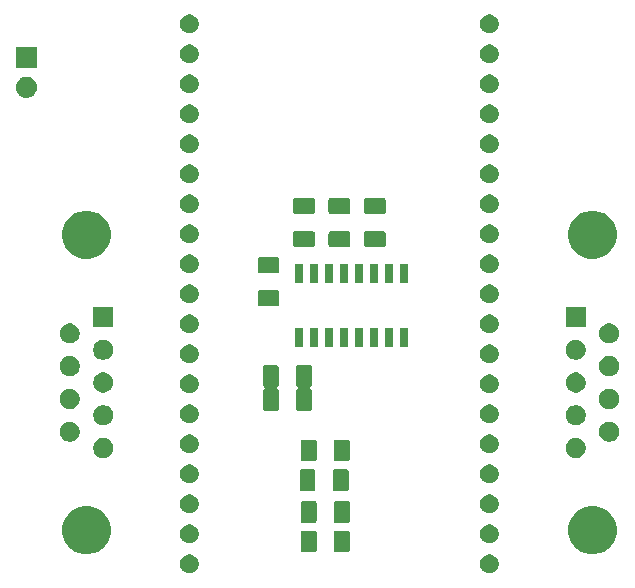
<source format=gbr>
G04 #@! TF.GenerationSoftware,KiCad,Pcbnew,5.0.2-bee76a0~70~ubuntu18.04.1*
G04 #@! TF.CreationDate,2020-08-17T12:22:27+12:00*
G04 #@! TF.ProjectId,Wireless232,57697265-6c65-4737-9332-33322e6b6963,rev?*
G04 #@! TF.SameCoordinates,Original*
G04 #@! TF.FileFunction,Soldermask,Bot*
G04 #@! TF.FilePolarity,Negative*
%FSLAX46Y46*%
G04 Gerber Fmt 4.6, Leading zero omitted, Abs format (unit mm)*
G04 Created by KiCad (PCBNEW 5.0.2-bee76a0~70~ubuntu18.04.1) date Mon 17 Aug 2020 12:22:27 NZST*
%MOMM*%
%LPD*%
G01*
G04 APERTURE LIST*
%ADD10C,0.100000*%
G04 APERTURE END LIST*
D10*
G36*
X137933643Y-108129781D02*
X138079415Y-108190162D01*
X138210611Y-108277824D01*
X138322176Y-108389389D01*
X138409838Y-108520585D01*
X138470219Y-108666357D01*
X138501000Y-108821107D01*
X138501000Y-108978893D01*
X138470219Y-109133643D01*
X138409838Y-109279415D01*
X138322176Y-109410611D01*
X138210611Y-109522176D01*
X138079415Y-109609838D01*
X137933643Y-109670219D01*
X137778893Y-109701000D01*
X137621107Y-109701000D01*
X137466357Y-109670219D01*
X137320585Y-109609838D01*
X137189389Y-109522176D01*
X137077824Y-109410611D01*
X136990162Y-109279415D01*
X136929781Y-109133643D01*
X136899000Y-108978893D01*
X136899000Y-108821107D01*
X136929781Y-108666357D01*
X136990162Y-108520585D01*
X137077824Y-108389389D01*
X137189389Y-108277824D01*
X137320585Y-108190162D01*
X137466357Y-108129781D01*
X137621107Y-108099000D01*
X137778893Y-108099000D01*
X137933643Y-108129781D01*
X137933643Y-108129781D01*
G37*
G36*
X112533643Y-108129781D02*
X112679415Y-108190162D01*
X112810611Y-108277824D01*
X112922176Y-108389389D01*
X113009838Y-108520585D01*
X113070219Y-108666357D01*
X113101000Y-108821107D01*
X113101000Y-108978893D01*
X113070219Y-109133643D01*
X113009838Y-109279415D01*
X112922176Y-109410611D01*
X112810611Y-109522176D01*
X112679415Y-109609838D01*
X112533643Y-109670219D01*
X112378893Y-109701000D01*
X112221107Y-109701000D01*
X112066357Y-109670219D01*
X111920585Y-109609838D01*
X111789389Y-109522176D01*
X111677824Y-109410611D01*
X111590162Y-109279415D01*
X111529781Y-109133643D01*
X111499000Y-108978893D01*
X111499000Y-108821107D01*
X111529781Y-108666357D01*
X111590162Y-108520585D01*
X111677824Y-108389389D01*
X111789389Y-108277824D01*
X111920585Y-108190162D01*
X112066357Y-108129781D01*
X112221107Y-108099000D01*
X112378893Y-108099000D01*
X112533643Y-108129781D01*
X112533643Y-108129781D01*
G37*
G36*
X147018252Y-104067818D02*
X147018254Y-104067819D01*
X147018255Y-104067819D01*
X147391513Y-104222427D01*
X147391514Y-104222428D01*
X147727439Y-104446886D01*
X148013114Y-104732561D01*
X148013116Y-104732564D01*
X148237573Y-105068487D01*
X148385659Y-105426000D01*
X148392182Y-105441748D01*
X148471000Y-105837993D01*
X148471000Y-106242007D01*
X148463223Y-106281107D01*
X148392181Y-106638255D01*
X148237573Y-107011513D01*
X148158256Y-107130219D01*
X148013114Y-107347439D01*
X147727439Y-107633114D01*
X147727436Y-107633116D01*
X147391513Y-107857573D01*
X147018255Y-108012181D01*
X147018254Y-108012181D01*
X147018252Y-108012182D01*
X146622007Y-108091000D01*
X146217993Y-108091000D01*
X145821748Y-108012182D01*
X145821746Y-108012181D01*
X145821745Y-108012181D01*
X145448487Y-107857573D01*
X145112564Y-107633116D01*
X145112561Y-107633114D01*
X144826886Y-107347439D01*
X144681744Y-107130219D01*
X144602427Y-107011513D01*
X144447819Y-106638255D01*
X144376778Y-106281107D01*
X144369000Y-106242007D01*
X144369000Y-105837993D01*
X144447818Y-105441748D01*
X144454341Y-105426000D01*
X144602427Y-105068487D01*
X144826884Y-104732564D01*
X144826886Y-104732561D01*
X145112561Y-104446886D01*
X145448486Y-104222428D01*
X145448487Y-104222427D01*
X145821745Y-104067819D01*
X145821746Y-104067819D01*
X145821748Y-104067818D01*
X146217993Y-103989000D01*
X146622007Y-103989000D01*
X147018252Y-104067818D01*
X147018252Y-104067818D01*
G37*
G36*
X104178252Y-104067818D02*
X104178254Y-104067819D01*
X104178255Y-104067819D01*
X104551513Y-104222427D01*
X104551514Y-104222428D01*
X104887439Y-104446886D01*
X105173114Y-104732561D01*
X105173116Y-104732564D01*
X105397573Y-105068487D01*
X105545659Y-105426000D01*
X105552182Y-105441748D01*
X105631000Y-105837993D01*
X105631000Y-106242007D01*
X105623223Y-106281107D01*
X105552181Y-106638255D01*
X105397573Y-107011513D01*
X105318256Y-107130219D01*
X105173114Y-107347439D01*
X104887439Y-107633114D01*
X104887436Y-107633116D01*
X104551513Y-107857573D01*
X104178255Y-108012181D01*
X104178254Y-108012181D01*
X104178252Y-108012182D01*
X103782007Y-108091000D01*
X103377993Y-108091000D01*
X102981748Y-108012182D01*
X102981746Y-108012181D01*
X102981745Y-108012181D01*
X102608487Y-107857573D01*
X102272564Y-107633116D01*
X102272561Y-107633114D01*
X101986886Y-107347439D01*
X101841744Y-107130219D01*
X101762427Y-107011513D01*
X101607819Y-106638255D01*
X101536778Y-106281107D01*
X101529000Y-106242007D01*
X101529000Y-105837993D01*
X101607818Y-105441748D01*
X101614341Y-105426000D01*
X101762427Y-105068487D01*
X101986884Y-104732564D01*
X101986886Y-104732561D01*
X102272561Y-104446886D01*
X102608486Y-104222428D01*
X102608487Y-104222427D01*
X102981745Y-104067819D01*
X102981746Y-104067819D01*
X102981748Y-104067818D01*
X103377993Y-103989000D01*
X103782007Y-103989000D01*
X104178252Y-104067818D01*
X104178252Y-104067818D01*
G37*
G36*
X125718604Y-106078347D02*
X125755145Y-106089432D01*
X125788820Y-106107431D01*
X125818341Y-106131659D01*
X125842569Y-106161180D01*
X125860568Y-106194855D01*
X125871653Y-106231396D01*
X125876000Y-106275538D01*
X125876000Y-107724462D01*
X125871653Y-107768604D01*
X125860568Y-107805145D01*
X125842569Y-107838820D01*
X125818341Y-107868341D01*
X125788820Y-107892569D01*
X125755145Y-107910568D01*
X125718604Y-107921653D01*
X125674462Y-107926000D01*
X124725538Y-107926000D01*
X124681396Y-107921653D01*
X124644855Y-107910568D01*
X124611180Y-107892569D01*
X124581659Y-107868341D01*
X124557431Y-107838820D01*
X124539432Y-107805145D01*
X124528347Y-107768604D01*
X124524000Y-107724462D01*
X124524000Y-106275538D01*
X124528347Y-106231396D01*
X124539432Y-106194855D01*
X124557431Y-106161180D01*
X124581659Y-106131659D01*
X124611180Y-106107431D01*
X124644855Y-106089432D01*
X124681396Y-106078347D01*
X124725538Y-106074000D01*
X125674462Y-106074000D01*
X125718604Y-106078347D01*
X125718604Y-106078347D01*
G37*
G36*
X122918604Y-106078347D02*
X122955145Y-106089432D01*
X122988820Y-106107431D01*
X123018341Y-106131659D01*
X123042569Y-106161180D01*
X123060568Y-106194855D01*
X123071653Y-106231396D01*
X123076000Y-106275538D01*
X123076000Y-107724462D01*
X123071653Y-107768604D01*
X123060568Y-107805145D01*
X123042569Y-107838820D01*
X123018341Y-107868341D01*
X122988820Y-107892569D01*
X122955145Y-107910568D01*
X122918604Y-107921653D01*
X122874462Y-107926000D01*
X121925538Y-107926000D01*
X121881396Y-107921653D01*
X121844855Y-107910568D01*
X121811180Y-107892569D01*
X121781659Y-107868341D01*
X121757431Y-107838820D01*
X121739432Y-107805145D01*
X121728347Y-107768604D01*
X121724000Y-107724462D01*
X121724000Y-106275538D01*
X121728347Y-106231396D01*
X121739432Y-106194855D01*
X121757431Y-106161180D01*
X121781659Y-106131659D01*
X121811180Y-106107431D01*
X121844855Y-106089432D01*
X121881396Y-106078347D01*
X121925538Y-106074000D01*
X122874462Y-106074000D01*
X122918604Y-106078347D01*
X122918604Y-106078347D01*
G37*
G36*
X112533643Y-105589781D02*
X112679415Y-105650162D01*
X112810611Y-105737824D01*
X112922176Y-105849389D01*
X113009838Y-105980585D01*
X113070219Y-106126357D01*
X113101000Y-106281107D01*
X113101000Y-106438893D01*
X113070219Y-106593643D01*
X113009838Y-106739415D01*
X112922176Y-106870611D01*
X112810611Y-106982176D01*
X112679415Y-107069838D01*
X112533643Y-107130219D01*
X112378893Y-107161000D01*
X112221107Y-107161000D01*
X112066357Y-107130219D01*
X111920585Y-107069838D01*
X111789389Y-106982176D01*
X111677824Y-106870611D01*
X111590162Y-106739415D01*
X111529781Y-106593643D01*
X111499000Y-106438893D01*
X111499000Y-106281107D01*
X111529781Y-106126357D01*
X111590162Y-105980585D01*
X111677824Y-105849389D01*
X111789389Y-105737824D01*
X111920585Y-105650162D01*
X112066357Y-105589781D01*
X112221107Y-105559000D01*
X112378893Y-105559000D01*
X112533643Y-105589781D01*
X112533643Y-105589781D01*
G37*
G36*
X137933643Y-105589781D02*
X138079415Y-105650162D01*
X138210611Y-105737824D01*
X138322176Y-105849389D01*
X138409838Y-105980585D01*
X138470219Y-106126357D01*
X138501000Y-106281107D01*
X138501000Y-106438893D01*
X138470219Y-106593643D01*
X138409838Y-106739415D01*
X138322176Y-106870611D01*
X138210611Y-106982176D01*
X138079415Y-107069838D01*
X137933643Y-107130219D01*
X137778893Y-107161000D01*
X137621107Y-107161000D01*
X137466357Y-107130219D01*
X137320585Y-107069838D01*
X137189389Y-106982176D01*
X137077824Y-106870611D01*
X136990162Y-106739415D01*
X136929781Y-106593643D01*
X136899000Y-106438893D01*
X136899000Y-106281107D01*
X136929781Y-106126357D01*
X136990162Y-105980585D01*
X137077824Y-105849389D01*
X137189389Y-105737824D01*
X137320585Y-105650162D01*
X137466357Y-105589781D01*
X137621107Y-105559000D01*
X137778893Y-105559000D01*
X137933643Y-105589781D01*
X137933643Y-105589781D01*
G37*
G36*
X122918604Y-103578347D02*
X122955145Y-103589432D01*
X122988820Y-103607431D01*
X123018341Y-103631659D01*
X123042569Y-103661180D01*
X123060568Y-103694855D01*
X123071653Y-103731396D01*
X123076000Y-103775538D01*
X123076000Y-105224462D01*
X123071653Y-105268604D01*
X123060568Y-105305145D01*
X123042569Y-105338820D01*
X123018341Y-105368341D01*
X122988820Y-105392569D01*
X122955145Y-105410568D01*
X122918604Y-105421653D01*
X122874462Y-105426000D01*
X121925538Y-105426000D01*
X121881396Y-105421653D01*
X121844855Y-105410568D01*
X121811180Y-105392569D01*
X121781659Y-105368341D01*
X121757431Y-105338820D01*
X121739432Y-105305145D01*
X121728347Y-105268604D01*
X121724000Y-105224462D01*
X121724000Y-103775538D01*
X121728347Y-103731396D01*
X121739432Y-103694855D01*
X121757431Y-103661180D01*
X121781659Y-103631659D01*
X121811180Y-103607431D01*
X121844855Y-103589432D01*
X121881396Y-103578347D01*
X121925538Y-103574000D01*
X122874462Y-103574000D01*
X122918604Y-103578347D01*
X122918604Y-103578347D01*
G37*
G36*
X125718604Y-103578347D02*
X125755145Y-103589432D01*
X125788820Y-103607431D01*
X125818341Y-103631659D01*
X125842569Y-103661180D01*
X125860568Y-103694855D01*
X125871653Y-103731396D01*
X125876000Y-103775538D01*
X125876000Y-105224462D01*
X125871653Y-105268604D01*
X125860568Y-105305145D01*
X125842569Y-105338820D01*
X125818341Y-105368341D01*
X125788820Y-105392569D01*
X125755145Y-105410568D01*
X125718604Y-105421653D01*
X125674462Y-105426000D01*
X124725538Y-105426000D01*
X124681396Y-105421653D01*
X124644855Y-105410568D01*
X124611180Y-105392569D01*
X124581659Y-105368341D01*
X124557431Y-105338820D01*
X124539432Y-105305145D01*
X124528347Y-105268604D01*
X124524000Y-105224462D01*
X124524000Y-103775538D01*
X124528347Y-103731396D01*
X124539432Y-103694855D01*
X124557431Y-103661180D01*
X124581659Y-103631659D01*
X124611180Y-103607431D01*
X124644855Y-103589432D01*
X124681396Y-103578347D01*
X124725538Y-103574000D01*
X125674462Y-103574000D01*
X125718604Y-103578347D01*
X125718604Y-103578347D01*
G37*
G36*
X137933643Y-103049781D02*
X138079415Y-103110162D01*
X138210611Y-103197824D01*
X138322176Y-103309389D01*
X138409838Y-103440585D01*
X138470219Y-103586357D01*
X138501000Y-103741107D01*
X138501000Y-103898893D01*
X138470219Y-104053643D01*
X138409838Y-104199415D01*
X138322176Y-104330611D01*
X138210611Y-104442176D01*
X138079415Y-104529838D01*
X137933643Y-104590219D01*
X137778893Y-104621000D01*
X137621107Y-104621000D01*
X137466357Y-104590219D01*
X137320585Y-104529838D01*
X137189389Y-104442176D01*
X137077824Y-104330611D01*
X136990162Y-104199415D01*
X136929781Y-104053643D01*
X136899000Y-103898893D01*
X136899000Y-103741107D01*
X136929781Y-103586357D01*
X136990162Y-103440585D01*
X137077824Y-103309389D01*
X137189389Y-103197824D01*
X137320585Y-103110162D01*
X137466357Y-103049781D01*
X137621107Y-103019000D01*
X137778893Y-103019000D01*
X137933643Y-103049781D01*
X137933643Y-103049781D01*
G37*
G36*
X112533643Y-103049781D02*
X112679415Y-103110162D01*
X112810611Y-103197824D01*
X112922176Y-103309389D01*
X113009838Y-103440585D01*
X113070219Y-103586357D01*
X113101000Y-103741107D01*
X113101000Y-103898893D01*
X113070219Y-104053643D01*
X113009838Y-104199415D01*
X112922176Y-104330611D01*
X112810611Y-104442176D01*
X112679415Y-104529838D01*
X112533643Y-104590219D01*
X112378893Y-104621000D01*
X112221107Y-104621000D01*
X112066357Y-104590219D01*
X111920585Y-104529838D01*
X111789389Y-104442176D01*
X111677824Y-104330611D01*
X111590162Y-104199415D01*
X111529781Y-104053643D01*
X111499000Y-103898893D01*
X111499000Y-103741107D01*
X111529781Y-103586357D01*
X111590162Y-103440585D01*
X111677824Y-103309389D01*
X111789389Y-103197824D01*
X111920585Y-103110162D01*
X112066357Y-103049781D01*
X112221107Y-103019000D01*
X112378893Y-103019000D01*
X112533643Y-103049781D01*
X112533643Y-103049781D01*
G37*
G36*
X125618604Y-100878347D02*
X125655145Y-100889432D01*
X125688820Y-100907431D01*
X125718341Y-100931659D01*
X125742569Y-100961180D01*
X125760568Y-100994855D01*
X125771653Y-101031396D01*
X125776000Y-101075538D01*
X125776000Y-102524462D01*
X125771653Y-102568604D01*
X125760568Y-102605145D01*
X125742569Y-102638820D01*
X125718341Y-102668341D01*
X125688820Y-102692569D01*
X125655145Y-102710568D01*
X125618604Y-102721653D01*
X125574462Y-102726000D01*
X124625538Y-102726000D01*
X124581396Y-102721653D01*
X124544855Y-102710568D01*
X124511180Y-102692569D01*
X124481659Y-102668341D01*
X124457431Y-102638820D01*
X124439432Y-102605145D01*
X124428347Y-102568604D01*
X124424000Y-102524462D01*
X124424000Y-101075538D01*
X124428347Y-101031396D01*
X124439432Y-100994855D01*
X124457431Y-100961180D01*
X124481659Y-100931659D01*
X124511180Y-100907431D01*
X124544855Y-100889432D01*
X124581396Y-100878347D01*
X124625538Y-100874000D01*
X125574462Y-100874000D01*
X125618604Y-100878347D01*
X125618604Y-100878347D01*
G37*
G36*
X122818604Y-100878347D02*
X122855145Y-100889432D01*
X122888820Y-100907431D01*
X122918341Y-100931659D01*
X122942569Y-100961180D01*
X122960568Y-100994855D01*
X122971653Y-101031396D01*
X122976000Y-101075538D01*
X122976000Y-102524462D01*
X122971653Y-102568604D01*
X122960568Y-102605145D01*
X122942569Y-102638820D01*
X122918341Y-102668341D01*
X122888820Y-102692569D01*
X122855145Y-102710568D01*
X122818604Y-102721653D01*
X122774462Y-102726000D01*
X121825538Y-102726000D01*
X121781396Y-102721653D01*
X121744855Y-102710568D01*
X121711180Y-102692569D01*
X121681659Y-102668341D01*
X121657431Y-102638820D01*
X121639432Y-102605145D01*
X121628347Y-102568604D01*
X121624000Y-102524462D01*
X121624000Y-101075538D01*
X121628347Y-101031396D01*
X121639432Y-100994855D01*
X121657431Y-100961180D01*
X121681659Y-100931659D01*
X121711180Y-100907431D01*
X121744855Y-100889432D01*
X121781396Y-100878347D01*
X121825538Y-100874000D01*
X122774462Y-100874000D01*
X122818604Y-100878347D01*
X122818604Y-100878347D01*
G37*
G36*
X112533643Y-100509781D02*
X112679415Y-100570162D01*
X112810611Y-100657824D01*
X112922176Y-100769389D01*
X113009838Y-100900585D01*
X113070219Y-101046357D01*
X113101000Y-101201107D01*
X113101000Y-101358893D01*
X113070219Y-101513643D01*
X113009838Y-101659415D01*
X112922176Y-101790611D01*
X112810611Y-101902176D01*
X112679415Y-101989838D01*
X112533643Y-102050219D01*
X112378893Y-102081000D01*
X112221107Y-102081000D01*
X112066357Y-102050219D01*
X111920585Y-101989838D01*
X111789389Y-101902176D01*
X111677824Y-101790611D01*
X111590162Y-101659415D01*
X111529781Y-101513643D01*
X111499000Y-101358893D01*
X111499000Y-101201107D01*
X111529781Y-101046357D01*
X111590162Y-100900585D01*
X111677824Y-100769389D01*
X111789389Y-100657824D01*
X111920585Y-100570162D01*
X112066357Y-100509781D01*
X112221107Y-100479000D01*
X112378893Y-100479000D01*
X112533643Y-100509781D01*
X112533643Y-100509781D01*
G37*
G36*
X137933643Y-100509781D02*
X138079415Y-100570162D01*
X138210611Y-100657824D01*
X138322176Y-100769389D01*
X138409838Y-100900585D01*
X138470219Y-101046357D01*
X138501000Y-101201107D01*
X138501000Y-101358893D01*
X138470219Y-101513643D01*
X138409838Y-101659415D01*
X138322176Y-101790611D01*
X138210611Y-101902176D01*
X138079415Y-101989838D01*
X137933643Y-102050219D01*
X137778893Y-102081000D01*
X137621107Y-102081000D01*
X137466357Y-102050219D01*
X137320585Y-101989838D01*
X137189389Y-101902176D01*
X137077824Y-101790611D01*
X136990162Y-101659415D01*
X136929781Y-101513643D01*
X136899000Y-101358893D01*
X136899000Y-101201107D01*
X136929781Y-101046357D01*
X136990162Y-100900585D01*
X137077824Y-100769389D01*
X137189389Y-100657824D01*
X137320585Y-100570162D01*
X137466357Y-100509781D01*
X137621107Y-100479000D01*
X137778893Y-100479000D01*
X137933643Y-100509781D01*
X137933643Y-100509781D01*
G37*
G36*
X125718604Y-98378347D02*
X125755145Y-98389432D01*
X125788820Y-98407431D01*
X125818341Y-98431659D01*
X125842569Y-98461180D01*
X125860568Y-98494855D01*
X125871653Y-98531396D01*
X125876000Y-98575538D01*
X125876000Y-100024462D01*
X125871653Y-100068604D01*
X125860568Y-100105145D01*
X125842569Y-100138820D01*
X125818341Y-100168341D01*
X125788820Y-100192569D01*
X125755145Y-100210568D01*
X125718604Y-100221653D01*
X125674462Y-100226000D01*
X124725538Y-100226000D01*
X124681396Y-100221653D01*
X124644855Y-100210568D01*
X124611180Y-100192569D01*
X124581659Y-100168341D01*
X124557431Y-100138820D01*
X124539432Y-100105145D01*
X124528347Y-100068604D01*
X124524000Y-100024462D01*
X124524000Y-98575538D01*
X124528347Y-98531396D01*
X124539432Y-98494855D01*
X124557431Y-98461180D01*
X124581659Y-98431659D01*
X124611180Y-98407431D01*
X124644855Y-98389432D01*
X124681396Y-98378347D01*
X124725538Y-98374000D01*
X125674462Y-98374000D01*
X125718604Y-98378347D01*
X125718604Y-98378347D01*
G37*
G36*
X122918604Y-98378347D02*
X122955145Y-98389432D01*
X122988820Y-98407431D01*
X123018341Y-98431659D01*
X123042569Y-98461180D01*
X123060568Y-98494855D01*
X123071653Y-98531396D01*
X123076000Y-98575538D01*
X123076000Y-100024462D01*
X123071653Y-100068604D01*
X123060568Y-100105145D01*
X123042569Y-100138820D01*
X123018341Y-100168341D01*
X122988820Y-100192569D01*
X122955145Y-100210568D01*
X122918604Y-100221653D01*
X122874462Y-100226000D01*
X121925538Y-100226000D01*
X121881396Y-100221653D01*
X121844855Y-100210568D01*
X121811180Y-100192569D01*
X121781659Y-100168341D01*
X121757431Y-100138820D01*
X121739432Y-100105145D01*
X121728347Y-100068604D01*
X121724000Y-100024462D01*
X121724000Y-98575538D01*
X121728347Y-98531396D01*
X121739432Y-98494855D01*
X121757431Y-98461180D01*
X121781659Y-98431659D01*
X121811180Y-98407431D01*
X121844855Y-98389432D01*
X121881396Y-98378347D01*
X121925538Y-98374000D01*
X122874462Y-98374000D01*
X122918604Y-98378347D01*
X122918604Y-98378347D01*
G37*
G36*
X105248228Y-98261703D02*
X105403100Y-98325853D01*
X105542481Y-98418985D01*
X105661015Y-98537519D01*
X105754147Y-98676900D01*
X105818297Y-98831772D01*
X105851000Y-98996184D01*
X105851000Y-99163816D01*
X105818297Y-99328228D01*
X105754147Y-99483100D01*
X105661015Y-99622481D01*
X105542481Y-99741015D01*
X105403100Y-99834147D01*
X105248228Y-99898297D01*
X105083816Y-99931000D01*
X104916184Y-99931000D01*
X104751772Y-99898297D01*
X104596900Y-99834147D01*
X104457519Y-99741015D01*
X104338985Y-99622481D01*
X104245853Y-99483100D01*
X104181703Y-99328228D01*
X104149000Y-99163816D01*
X104149000Y-98996184D01*
X104181703Y-98831772D01*
X104245853Y-98676900D01*
X104338985Y-98537519D01*
X104457519Y-98418985D01*
X104596900Y-98325853D01*
X104751772Y-98261703D01*
X104916184Y-98229000D01*
X105083816Y-98229000D01*
X105248228Y-98261703D01*
X105248228Y-98261703D01*
G37*
G36*
X145248228Y-98261703D02*
X145403100Y-98325853D01*
X145542481Y-98418985D01*
X145661015Y-98537519D01*
X145754147Y-98676900D01*
X145818297Y-98831772D01*
X145851000Y-98996184D01*
X145851000Y-99163816D01*
X145818297Y-99328228D01*
X145754147Y-99483100D01*
X145661015Y-99622481D01*
X145542481Y-99741015D01*
X145403100Y-99834147D01*
X145248228Y-99898297D01*
X145083816Y-99931000D01*
X144916184Y-99931000D01*
X144751772Y-99898297D01*
X144596900Y-99834147D01*
X144457519Y-99741015D01*
X144338985Y-99622481D01*
X144245853Y-99483100D01*
X144181703Y-99328228D01*
X144149000Y-99163816D01*
X144149000Y-98996184D01*
X144181703Y-98831772D01*
X144245853Y-98676900D01*
X144338985Y-98537519D01*
X144457519Y-98418985D01*
X144596900Y-98325853D01*
X144751772Y-98261703D01*
X144916184Y-98229000D01*
X145083816Y-98229000D01*
X145248228Y-98261703D01*
X145248228Y-98261703D01*
G37*
G36*
X112533643Y-97969781D02*
X112679415Y-98030162D01*
X112810611Y-98117824D01*
X112922176Y-98229389D01*
X113009838Y-98360585D01*
X113070219Y-98506357D01*
X113101000Y-98661107D01*
X113101000Y-98818893D01*
X113070219Y-98973643D01*
X113009838Y-99119415D01*
X112922176Y-99250611D01*
X112810611Y-99362176D01*
X112679415Y-99449838D01*
X112533643Y-99510219D01*
X112378893Y-99541000D01*
X112221107Y-99541000D01*
X112066357Y-99510219D01*
X111920585Y-99449838D01*
X111789389Y-99362176D01*
X111677824Y-99250611D01*
X111590162Y-99119415D01*
X111529781Y-98973643D01*
X111499000Y-98818893D01*
X111499000Y-98661107D01*
X111529781Y-98506357D01*
X111590162Y-98360585D01*
X111677824Y-98229389D01*
X111789389Y-98117824D01*
X111920585Y-98030162D01*
X112066357Y-97969781D01*
X112221107Y-97939000D01*
X112378893Y-97939000D01*
X112533643Y-97969781D01*
X112533643Y-97969781D01*
G37*
G36*
X137933643Y-97969781D02*
X138079415Y-98030162D01*
X138210611Y-98117824D01*
X138322176Y-98229389D01*
X138409838Y-98360585D01*
X138470219Y-98506357D01*
X138501000Y-98661107D01*
X138501000Y-98818893D01*
X138470219Y-98973643D01*
X138409838Y-99119415D01*
X138322176Y-99250611D01*
X138210611Y-99362176D01*
X138079415Y-99449838D01*
X137933643Y-99510219D01*
X137778893Y-99541000D01*
X137621107Y-99541000D01*
X137466357Y-99510219D01*
X137320585Y-99449838D01*
X137189389Y-99362176D01*
X137077824Y-99250611D01*
X136990162Y-99119415D01*
X136929781Y-98973643D01*
X136899000Y-98818893D01*
X136899000Y-98661107D01*
X136929781Y-98506357D01*
X136990162Y-98360585D01*
X137077824Y-98229389D01*
X137189389Y-98117824D01*
X137320585Y-98030162D01*
X137466357Y-97969781D01*
X137621107Y-97939000D01*
X137778893Y-97939000D01*
X137933643Y-97969781D01*
X137933643Y-97969781D01*
G37*
G36*
X148088228Y-96876703D02*
X148243100Y-96940853D01*
X148382481Y-97033985D01*
X148501015Y-97152519D01*
X148594147Y-97291900D01*
X148658297Y-97446772D01*
X148691000Y-97611184D01*
X148691000Y-97778816D01*
X148658297Y-97943228D01*
X148594147Y-98098100D01*
X148501015Y-98237481D01*
X148382481Y-98356015D01*
X148243100Y-98449147D01*
X148088228Y-98513297D01*
X147923816Y-98546000D01*
X147756184Y-98546000D01*
X147591772Y-98513297D01*
X147436900Y-98449147D01*
X147297519Y-98356015D01*
X147178985Y-98237481D01*
X147085853Y-98098100D01*
X147021703Y-97943228D01*
X146989000Y-97778816D01*
X146989000Y-97611184D01*
X147021703Y-97446772D01*
X147085853Y-97291900D01*
X147178985Y-97152519D01*
X147297519Y-97033985D01*
X147436900Y-96940853D01*
X147591772Y-96876703D01*
X147756184Y-96844000D01*
X147923816Y-96844000D01*
X148088228Y-96876703D01*
X148088228Y-96876703D01*
G37*
G36*
X102408228Y-96876703D02*
X102563100Y-96940853D01*
X102702481Y-97033985D01*
X102821015Y-97152519D01*
X102914147Y-97291900D01*
X102978297Y-97446772D01*
X103011000Y-97611184D01*
X103011000Y-97778816D01*
X102978297Y-97943228D01*
X102914147Y-98098100D01*
X102821015Y-98237481D01*
X102702481Y-98356015D01*
X102563100Y-98449147D01*
X102408228Y-98513297D01*
X102243816Y-98546000D01*
X102076184Y-98546000D01*
X101911772Y-98513297D01*
X101756900Y-98449147D01*
X101617519Y-98356015D01*
X101498985Y-98237481D01*
X101405853Y-98098100D01*
X101341703Y-97943228D01*
X101309000Y-97778816D01*
X101309000Y-97611184D01*
X101341703Y-97446772D01*
X101405853Y-97291900D01*
X101498985Y-97152519D01*
X101617519Y-97033985D01*
X101756900Y-96940853D01*
X101911772Y-96876703D01*
X102076184Y-96844000D01*
X102243816Y-96844000D01*
X102408228Y-96876703D01*
X102408228Y-96876703D01*
G37*
G36*
X145248228Y-95491703D02*
X145403100Y-95555853D01*
X145542481Y-95648985D01*
X145661015Y-95767519D01*
X145754147Y-95906900D01*
X145818297Y-96061772D01*
X145851000Y-96226184D01*
X145851000Y-96393816D01*
X145818297Y-96558228D01*
X145754147Y-96713100D01*
X145661015Y-96852481D01*
X145542481Y-96971015D01*
X145403100Y-97064147D01*
X145248228Y-97128297D01*
X145083816Y-97161000D01*
X144916184Y-97161000D01*
X144751772Y-97128297D01*
X144596900Y-97064147D01*
X144457519Y-96971015D01*
X144338985Y-96852481D01*
X144245853Y-96713100D01*
X144181703Y-96558228D01*
X144149000Y-96393816D01*
X144149000Y-96226184D01*
X144181703Y-96061772D01*
X144245853Y-95906900D01*
X144338985Y-95767519D01*
X144457519Y-95648985D01*
X144596900Y-95555853D01*
X144751772Y-95491703D01*
X144916184Y-95459000D01*
X145083816Y-95459000D01*
X145248228Y-95491703D01*
X145248228Y-95491703D01*
G37*
G36*
X105248228Y-95491703D02*
X105403100Y-95555853D01*
X105542481Y-95648985D01*
X105661015Y-95767519D01*
X105754147Y-95906900D01*
X105818297Y-96061772D01*
X105851000Y-96226184D01*
X105851000Y-96393816D01*
X105818297Y-96558228D01*
X105754147Y-96713100D01*
X105661015Y-96852481D01*
X105542481Y-96971015D01*
X105403100Y-97064147D01*
X105248228Y-97128297D01*
X105083816Y-97161000D01*
X104916184Y-97161000D01*
X104751772Y-97128297D01*
X104596900Y-97064147D01*
X104457519Y-96971015D01*
X104338985Y-96852481D01*
X104245853Y-96713100D01*
X104181703Y-96558228D01*
X104149000Y-96393816D01*
X104149000Y-96226184D01*
X104181703Y-96061772D01*
X104245853Y-95906900D01*
X104338985Y-95767519D01*
X104457519Y-95648985D01*
X104596900Y-95555853D01*
X104751772Y-95491703D01*
X104916184Y-95459000D01*
X105083816Y-95459000D01*
X105248228Y-95491703D01*
X105248228Y-95491703D01*
G37*
G36*
X137933643Y-95429781D02*
X138079415Y-95490162D01*
X138210611Y-95577824D01*
X138322176Y-95689389D01*
X138409838Y-95820585D01*
X138470219Y-95966357D01*
X138501000Y-96121107D01*
X138501000Y-96278893D01*
X138470219Y-96433643D01*
X138409838Y-96579415D01*
X138322176Y-96710611D01*
X138210611Y-96822176D01*
X138079415Y-96909838D01*
X137933643Y-96970219D01*
X137778893Y-97001000D01*
X137621107Y-97001000D01*
X137466357Y-96970219D01*
X137320585Y-96909838D01*
X137189389Y-96822176D01*
X137077824Y-96710611D01*
X136990162Y-96579415D01*
X136929781Y-96433643D01*
X136899000Y-96278893D01*
X136899000Y-96121107D01*
X136929781Y-95966357D01*
X136990162Y-95820585D01*
X137077824Y-95689389D01*
X137189389Y-95577824D01*
X137320585Y-95490162D01*
X137466357Y-95429781D01*
X137621107Y-95399000D01*
X137778893Y-95399000D01*
X137933643Y-95429781D01*
X137933643Y-95429781D01*
G37*
G36*
X112533643Y-95429781D02*
X112679415Y-95490162D01*
X112810611Y-95577824D01*
X112922176Y-95689389D01*
X113009838Y-95820585D01*
X113070219Y-95966357D01*
X113101000Y-96121107D01*
X113101000Y-96278893D01*
X113070219Y-96433643D01*
X113009838Y-96579415D01*
X112922176Y-96710611D01*
X112810611Y-96822176D01*
X112679415Y-96909838D01*
X112533643Y-96970219D01*
X112378893Y-97001000D01*
X112221107Y-97001000D01*
X112066357Y-96970219D01*
X111920585Y-96909838D01*
X111789389Y-96822176D01*
X111677824Y-96710611D01*
X111590162Y-96579415D01*
X111529781Y-96433643D01*
X111499000Y-96278893D01*
X111499000Y-96121107D01*
X111529781Y-95966357D01*
X111590162Y-95820585D01*
X111677824Y-95689389D01*
X111789389Y-95577824D01*
X111920585Y-95490162D01*
X112066357Y-95429781D01*
X112221107Y-95399000D01*
X112378893Y-95399000D01*
X112533643Y-95429781D01*
X112533643Y-95429781D01*
G37*
G36*
X122518604Y-92078347D02*
X122555145Y-92089432D01*
X122588820Y-92107431D01*
X122618341Y-92131659D01*
X122642569Y-92161180D01*
X122660568Y-92194855D01*
X122671653Y-92231396D01*
X122676000Y-92275538D01*
X122676000Y-93724462D01*
X122671653Y-93768604D01*
X122660568Y-93805145D01*
X122642569Y-93838820D01*
X122618341Y-93868341D01*
X122584217Y-93896346D01*
X122573699Y-93903374D01*
X122556372Y-93920701D01*
X122542758Y-93941075D01*
X122533380Y-93963714D01*
X122528600Y-93987748D01*
X122528600Y-94012252D01*
X122533380Y-94036286D01*
X122542758Y-94058925D01*
X122556372Y-94079299D01*
X122573699Y-94096626D01*
X122584217Y-94103654D01*
X122618341Y-94131659D01*
X122642569Y-94161180D01*
X122660568Y-94194855D01*
X122671653Y-94231396D01*
X122676000Y-94275538D01*
X122676000Y-95724462D01*
X122671653Y-95768604D01*
X122660568Y-95805145D01*
X122642569Y-95838820D01*
X122618341Y-95868341D01*
X122588820Y-95892569D01*
X122555145Y-95910568D01*
X122518604Y-95921653D01*
X122474462Y-95926000D01*
X121525538Y-95926000D01*
X121481396Y-95921653D01*
X121444855Y-95910568D01*
X121411180Y-95892569D01*
X121381659Y-95868341D01*
X121357431Y-95838820D01*
X121339432Y-95805145D01*
X121328347Y-95768604D01*
X121324000Y-95724462D01*
X121324000Y-94275538D01*
X121328347Y-94231396D01*
X121339432Y-94194855D01*
X121357431Y-94161180D01*
X121381659Y-94131659D01*
X121415783Y-94103654D01*
X121426301Y-94096626D01*
X121443628Y-94079299D01*
X121457242Y-94058925D01*
X121466620Y-94036286D01*
X121471400Y-94012252D01*
X121471400Y-93987748D01*
X121466620Y-93963714D01*
X121457242Y-93941075D01*
X121443628Y-93920701D01*
X121426301Y-93903374D01*
X121415783Y-93896346D01*
X121381659Y-93868341D01*
X121357431Y-93838820D01*
X121339432Y-93805145D01*
X121328347Y-93768604D01*
X121324000Y-93724462D01*
X121324000Y-92275538D01*
X121328347Y-92231396D01*
X121339432Y-92194855D01*
X121357431Y-92161180D01*
X121381659Y-92131659D01*
X121411180Y-92107431D01*
X121444855Y-92089432D01*
X121481396Y-92078347D01*
X121525538Y-92074000D01*
X122474462Y-92074000D01*
X122518604Y-92078347D01*
X122518604Y-92078347D01*
G37*
G36*
X119718604Y-92078347D02*
X119755145Y-92089432D01*
X119788820Y-92107431D01*
X119818341Y-92131659D01*
X119842569Y-92161180D01*
X119860568Y-92194855D01*
X119871653Y-92231396D01*
X119876000Y-92275538D01*
X119876000Y-93724462D01*
X119871653Y-93768604D01*
X119860568Y-93805145D01*
X119842569Y-93838820D01*
X119818341Y-93868341D01*
X119784217Y-93896346D01*
X119773699Y-93903374D01*
X119756372Y-93920701D01*
X119742758Y-93941075D01*
X119733380Y-93963714D01*
X119728600Y-93987748D01*
X119728600Y-94012252D01*
X119733380Y-94036286D01*
X119742758Y-94058925D01*
X119756372Y-94079299D01*
X119773699Y-94096626D01*
X119784217Y-94103654D01*
X119818341Y-94131659D01*
X119842569Y-94161180D01*
X119860568Y-94194855D01*
X119871653Y-94231396D01*
X119876000Y-94275538D01*
X119876000Y-95724462D01*
X119871653Y-95768604D01*
X119860568Y-95805145D01*
X119842569Y-95838820D01*
X119818341Y-95868341D01*
X119788820Y-95892569D01*
X119755145Y-95910568D01*
X119718604Y-95921653D01*
X119674462Y-95926000D01*
X118725538Y-95926000D01*
X118681396Y-95921653D01*
X118644855Y-95910568D01*
X118611180Y-95892569D01*
X118581659Y-95868341D01*
X118557431Y-95838820D01*
X118539432Y-95805145D01*
X118528347Y-95768604D01*
X118524000Y-95724462D01*
X118524000Y-94275538D01*
X118528347Y-94231396D01*
X118539432Y-94194855D01*
X118557431Y-94161180D01*
X118581659Y-94131659D01*
X118615783Y-94103654D01*
X118626301Y-94096626D01*
X118643628Y-94079299D01*
X118657242Y-94058925D01*
X118666620Y-94036286D01*
X118671400Y-94012252D01*
X118671400Y-93987748D01*
X118666620Y-93963714D01*
X118657242Y-93941075D01*
X118643628Y-93920701D01*
X118626301Y-93903374D01*
X118615783Y-93896346D01*
X118581659Y-93868341D01*
X118557431Y-93838820D01*
X118539432Y-93805145D01*
X118528347Y-93768604D01*
X118524000Y-93724462D01*
X118524000Y-92275538D01*
X118528347Y-92231396D01*
X118539432Y-92194855D01*
X118557431Y-92161180D01*
X118581659Y-92131659D01*
X118611180Y-92107431D01*
X118644855Y-92089432D01*
X118681396Y-92078347D01*
X118725538Y-92074000D01*
X119674462Y-92074000D01*
X119718604Y-92078347D01*
X119718604Y-92078347D01*
G37*
G36*
X102408228Y-94106703D02*
X102563100Y-94170853D01*
X102702481Y-94263985D01*
X102821015Y-94382519D01*
X102914147Y-94521900D01*
X102978297Y-94676772D01*
X103011000Y-94841184D01*
X103011000Y-95008816D01*
X102978297Y-95173228D01*
X102914147Y-95328100D01*
X102821015Y-95467481D01*
X102702481Y-95586015D01*
X102563100Y-95679147D01*
X102408228Y-95743297D01*
X102243816Y-95776000D01*
X102076184Y-95776000D01*
X101911772Y-95743297D01*
X101756900Y-95679147D01*
X101617519Y-95586015D01*
X101498985Y-95467481D01*
X101405853Y-95328100D01*
X101341703Y-95173228D01*
X101309000Y-95008816D01*
X101309000Y-94841184D01*
X101341703Y-94676772D01*
X101405853Y-94521900D01*
X101498985Y-94382519D01*
X101617519Y-94263985D01*
X101756900Y-94170853D01*
X101911772Y-94106703D01*
X102076184Y-94074000D01*
X102243816Y-94074000D01*
X102408228Y-94106703D01*
X102408228Y-94106703D01*
G37*
G36*
X148088228Y-94106703D02*
X148243100Y-94170853D01*
X148382481Y-94263985D01*
X148501015Y-94382519D01*
X148594147Y-94521900D01*
X148658297Y-94676772D01*
X148691000Y-94841184D01*
X148691000Y-95008816D01*
X148658297Y-95173228D01*
X148594147Y-95328100D01*
X148501015Y-95467481D01*
X148382481Y-95586015D01*
X148243100Y-95679147D01*
X148088228Y-95743297D01*
X147923816Y-95776000D01*
X147756184Y-95776000D01*
X147591772Y-95743297D01*
X147436900Y-95679147D01*
X147297519Y-95586015D01*
X147178985Y-95467481D01*
X147085853Y-95328100D01*
X147021703Y-95173228D01*
X146989000Y-95008816D01*
X146989000Y-94841184D01*
X147021703Y-94676772D01*
X147085853Y-94521900D01*
X147178985Y-94382519D01*
X147297519Y-94263985D01*
X147436900Y-94170853D01*
X147591772Y-94106703D01*
X147756184Y-94074000D01*
X147923816Y-94074000D01*
X148088228Y-94106703D01*
X148088228Y-94106703D01*
G37*
G36*
X112533643Y-92889781D02*
X112679415Y-92950162D01*
X112810611Y-93037824D01*
X112922176Y-93149389D01*
X113009838Y-93280585D01*
X113070219Y-93426357D01*
X113101000Y-93581107D01*
X113101000Y-93738893D01*
X113070219Y-93893643D01*
X113009838Y-94039415D01*
X112922176Y-94170611D01*
X112810611Y-94282176D01*
X112679415Y-94369838D01*
X112533643Y-94430219D01*
X112378893Y-94461000D01*
X112221107Y-94461000D01*
X112066357Y-94430219D01*
X111920585Y-94369838D01*
X111789389Y-94282176D01*
X111677824Y-94170611D01*
X111590162Y-94039415D01*
X111529781Y-93893643D01*
X111499000Y-93738893D01*
X111499000Y-93581107D01*
X111529781Y-93426357D01*
X111590162Y-93280585D01*
X111677824Y-93149389D01*
X111789389Y-93037824D01*
X111920585Y-92950162D01*
X112066357Y-92889781D01*
X112221107Y-92859000D01*
X112378893Y-92859000D01*
X112533643Y-92889781D01*
X112533643Y-92889781D01*
G37*
G36*
X137933643Y-92889781D02*
X138079415Y-92950162D01*
X138210611Y-93037824D01*
X138322176Y-93149389D01*
X138409838Y-93280585D01*
X138470219Y-93426357D01*
X138501000Y-93581107D01*
X138501000Y-93738893D01*
X138470219Y-93893643D01*
X138409838Y-94039415D01*
X138322176Y-94170611D01*
X138210611Y-94282176D01*
X138079415Y-94369838D01*
X137933643Y-94430219D01*
X137778893Y-94461000D01*
X137621107Y-94461000D01*
X137466357Y-94430219D01*
X137320585Y-94369838D01*
X137189389Y-94282176D01*
X137077824Y-94170611D01*
X136990162Y-94039415D01*
X136929781Y-93893643D01*
X136899000Y-93738893D01*
X136899000Y-93581107D01*
X136929781Y-93426357D01*
X136990162Y-93280585D01*
X137077824Y-93149389D01*
X137189389Y-93037824D01*
X137320585Y-92950162D01*
X137466357Y-92889781D01*
X137621107Y-92859000D01*
X137778893Y-92859000D01*
X137933643Y-92889781D01*
X137933643Y-92889781D01*
G37*
G36*
X105248228Y-92721703D02*
X105403100Y-92785853D01*
X105542481Y-92878985D01*
X105661015Y-92997519D01*
X105754147Y-93136900D01*
X105818297Y-93291772D01*
X105851000Y-93456184D01*
X105851000Y-93623816D01*
X105818297Y-93788228D01*
X105754147Y-93943100D01*
X105661015Y-94082481D01*
X105542481Y-94201015D01*
X105403100Y-94294147D01*
X105248228Y-94358297D01*
X105083816Y-94391000D01*
X104916184Y-94391000D01*
X104751772Y-94358297D01*
X104596900Y-94294147D01*
X104457519Y-94201015D01*
X104338985Y-94082481D01*
X104245853Y-93943100D01*
X104181703Y-93788228D01*
X104149000Y-93623816D01*
X104149000Y-93456184D01*
X104181703Y-93291772D01*
X104245853Y-93136900D01*
X104338985Y-92997519D01*
X104457519Y-92878985D01*
X104596900Y-92785853D01*
X104751772Y-92721703D01*
X104916184Y-92689000D01*
X105083816Y-92689000D01*
X105248228Y-92721703D01*
X105248228Y-92721703D01*
G37*
G36*
X145248228Y-92721703D02*
X145403100Y-92785853D01*
X145542481Y-92878985D01*
X145661015Y-92997519D01*
X145754147Y-93136900D01*
X145818297Y-93291772D01*
X145851000Y-93456184D01*
X145851000Y-93623816D01*
X145818297Y-93788228D01*
X145754147Y-93943100D01*
X145661015Y-94082481D01*
X145542481Y-94201015D01*
X145403100Y-94294147D01*
X145248228Y-94358297D01*
X145083816Y-94391000D01*
X144916184Y-94391000D01*
X144751772Y-94358297D01*
X144596900Y-94294147D01*
X144457519Y-94201015D01*
X144338985Y-94082481D01*
X144245853Y-93943100D01*
X144181703Y-93788228D01*
X144149000Y-93623816D01*
X144149000Y-93456184D01*
X144181703Y-93291772D01*
X144245853Y-93136900D01*
X144338985Y-92997519D01*
X144457519Y-92878985D01*
X144596900Y-92785853D01*
X144751772Y-92721703D01*
X144916184Y-92689000D01*
X145083816Y-92689000D01*
X145248228Y-92721703D01*
X145248228Y-92721703D01*
G37*
G36*
X148088228Y-91336703D02*
X148243100Y-91400853D01*
X148382481Y-91493985D01*
X148501015Y-91612519D01*
X148594147Y-91751900D01*
X148658297Y-91906772D01*
X148691000Y-92071184D01*
X148691000Y-92238816D01*
X148658297Y-92403228D01*
X148594147Y-92558100D01*
X148501015Y-92697481D01*
X148382481Y-92816015D01*
X148243100Y-92909147D01*
X148088228Y-92973297D01*
X147923816Y-93006000D01*
X147756184Y-93006000D01*
X147591772Y-92973297D01*
X147436900Y-92909147D01*
X147297519Y-92816015D01*
X147178985Y-92697481D01*
X147085853Y-92558100D01*
X147021703Y-92403228D01*
X146989000Y-92238816D01*
X146989000Y-92071184D01*
X147021703Y-91906772D01*
X147085853Y-91751900D01*
X147178985Y-91612519D01*
X147297519Y-91493985D01*
X147436900Y-91400853D01*
X147591772Y-91336703D01*
X147756184Y-91304000D01*
X147923816Y-91304000D01*
X148088228Y-91336703D01*
X148088228Y-91336703D01*
G37*
G36*
X102408228Y-91336703D02*
X102563100Y-91400853D01*
X102702481Y-91493985D01*
X102821015Y-91612519D01*
X102914147Y-91751900D01*
X102978297Y-91906772D01*
X103011000Y-92071184D01*
X103011000Y-92238816D01*
X102978297Y-92403228D01*
X102914147Y-92558100D01*
X102821015Y-92697481D01*
X102702481Y-92816015D01*
X102563100Y-92909147D01*
X102408228Y-92973297D01*
X102243816Y-93006000D01*
X102076184Y-93006000D01*
X101911772Y-92973297D01*
X101756900Y-92909147D01*
X101617519Y-92816015D01*
X101498985Y-92697481D01*
X101405853Y-92558100D01*
X101341703Y-92403228D01*
X101309000Y-92238816D01*
X101309000Y-92071184D01*
X101341703Y-91906772D01*
X101405853Y-91751900D01*
X101498985Y-91612519D01*
X101617519Y-91493985D01*
X101756900Y-91400853D01*
X101911772Y-91336703D01*
X102076184Y-91304000D01*
X102243816Y-91304000D01*
X102408228Y-91336703D01*
X102408228Y-91336703D01*
G37*
G36*
X137933643Y-90349781D02*
X138079415Y-90410162D01*
X138210611Y-90497824D01*
X138322176Y-90609389D01*
X138409838Y-90740585D01*
X138470219Y-90886357D01*
X138501000Y-91041107D01*
X138501000Y-91198893D01*
X138470219Y-91353643D01*
X138409838Y-91499415D01*
X138322176Y-91630611D01*
X138210611Y-91742176D01*
X138079415Y-91829838D01*
X137933643Y-91890219D01*
X137778893Y-91921000D01*
X137621107Y-91921000D01*
X137466357Y-91890219D01*
X137320585Y-91829838D01*
X137189389Y-91742176D01*
X137077824Y-91630611D01*
X136990162Y-91499415D01*
X136929781Y-91353643D01*
X136899000Y-91198893D01*
X136899000Y-91041107D01*
X136929781Y-90886357D01*
X136990162Y-90740585D01*
X137077824Y-90609389D01*
X137189389Y-90497824D01*
X137320585Y-90410162D01*
X137466357Y-90349781D01*
X137621107Y-90319000D01*
X137778893Y-90319000D01*
X137933643Y-90349781D01*
X137933643Y-90349781D01*
G37*
G36*
X112533643Y-90349781D02*
X112679415Y-90410162D01*
X112810611Y-90497824D01*
X112922176Y-90609389D01*
X113009838Y-90740585D01*
X113070219Y-90886357D01*
X113101000Y-91041107D01*
X113101000Y-91198893D01*
X113070219Y-91353643D01*
X113009838Y-91499415D01*
X112922176Y-91630611D01*
X112810611Y-91742176D01*
X112679415Y-91829838D01*
X112533643Y-91890219D01*
X112378893Y-91921000D01*
X112221107Y-91921000D01*
X112066357Y-91890219D01*
X111920585Y-91829838D01*
X111789389Y-91742176D01*
X111677824Y-91630611D01*
X111590162Y-91499415D01*
X111529781Y-91353643D01*
X111499000Y-91198893D01*
X111499000Y-91041107D01*
X111529781Y-90886357D01*
X111590162Y-90740585D01*
X111677824Y-90609389D01*
X111789389Y-90497824D01*
X111920585Y-90410162D01*
X112066357Y-90349781D01*
X112221107Y-90319000D01*
X112378893Y-90319000D01*
X112533643Y-90349781D01*
X112533643Y-90349781D01*
G37*
G36*
X145248228Y-89951703D02*
X145403100Y-90015853D01*
X145542481Y-90108985D01*
X145661015Y-90227519D01*
X145754147Y-90366900D01*
X145818297Y-90521772D01*
X145851000Y-90686184D01*
X145851000Y-90853816D01*
X145818297Y-91018228D01*
X145754147Y-91173100D01*
X145661015Y-91312481D01*
X145542481Y-91431015D01*
X145403100Y-91524147D01*
X145248228Y-91588297D01*
X145083816Y-91621000D01*
X144916184Y-91621000D01*
X144751772Y-91588297D01*
X144596900Y-91524147D01*
X144457519Y-91431015D01*
X144338985Y-91312481D01*
X144245853Y-91173100D01*
X144181703Y-91018228D01*
X144149000Y-90853816D01*
X144149000Y-90686184D01*
X144181703Y-90521772D01*
X144245853Y-90366900D01*
X144338985Y-90227519D01*
X144457519Y-90108985D01*
X144596900Y-90015853D01*
X144751772Y-89951703D01*
X144916184Y-89919000D01*
X145083816Y-89919000D01*
X145248228Y-89951703D01*
X145248228Y-89951703D01*
G37*
G36*
X105248228Y-89951703D02*
X105403100Y-90015853D01*
X105542481Y-90108985D01*
X105661015Y-90227519D01*
X105754147Y-90366900D01*
X105818297Y-90521772D01*
X105851000Y-90686184D01*
X105851000Y-90853816D01*
X105818297Y-91018228D01*
X105754147Y-91173100D01*
X105661015Y-91312481D01*
X105542481Y-91431015D01*
X105403100Y-91524147D01*
X105248228Y-91588297D01*
X105083816Y-91621000D01*
X104916184Y-91621000D01*
X104751772Y-91588297D01*
X104596900Y-91524147D01*
X104457519Y-91431015D01*
X104338985Y-91312481D01*
X104245853Y-91173100D01*
X104181703Y-91018228D01*
X104149000Y-90853816D01*
X104149000Y-90686184D01*
X104181703Y-90521772D01*
X104245853Y-90366900D01*
X104338985Y-90227519D01*
X104457519Y-90108985D01*
X104596900Y-90015853D01*
X104751772Y-89951703D01*
X104916184Y-89919000D01*
X105083816Y-89919000D01*
X105248228Y-89951703D01*
X105248228Y-89951703D01*
G37*
G36*
X121906000Y-90501000D02*
X121204000Y-90501000D01*
X121204000Y-88899000D01*
X121906000Y-88899000D01*
X121906000Y-90501000D01*
X121906000Y-90501000D01*
G37*
G36*
X123176000Y-90501000D02*
X122474000Y-90501000D01*
X122474000Y-88899000D01*
X123176000Y-88899000D01*
X123176000Y-90501000D01*
X123176000Y-90501000D01*
G37*
G36*
X124446000Y-90501000D02*
X123744000Y-90501000D01*
X123744000Y-88899000D01*
X124446000Y-88899000D01*
X124446000Y-90501000D01*
X124446000Y-90501000D01*
G37*
G36*
X125716000Y-90501000D02*
X125014000Y-90501000D01*
X125014000Y-88899000D01*
X125716000Y-88899000D01*
X125716000Y-90501000D01*
X125716000Y-90501000D01*
G37*
G36*
X128256000Y-90501000D02*
X127554000Y-90501000D01*
X127554000Y-88899000D01*
X128256000Y-88899000D01*
X128256000Y-90501000D01*
X128256000Y-90501000D01*
G37*
G36*
X126986000Y-90501000D02*
X126284000Y-90501000D01*
X126284000Y-88899000D01*
X126986000Y-88899000D01*
X126986000Y-90501000D01*
X126986000Y-90501000D01*
G37*
G36*
X130796000Y-90501000D02*
X130094000Y-90501000D01*
X130094000Y-88899000D01*
X130796000Y-88899000D01*
X130796000Y-90501000D01*
X130796000Y-90501000D01*
G37*
G36*
X129526000Y-90501000D02*
X128824000Y-90501000D01*
X128824000Y-88899000D01*
X129526000Y-88899000D01*
X129526000Y-90501000D01*
X129526000Y-90501000D01*
G37*
G36*
X148088228Y-88566703D02*
X148243100Y-88630853D01*
X148382481Y-88723985D01*
X148501015Y-88842519D01*
X148594147Y-88981900D01*
X148658297Y-89136772D01*
X148691000Y-89301184D01*
X148691000Y-89468816D01*
X148658297Y-89633228D01*
X148594147Y-89788100D01*
X148501015Y-89927481D01*
X148382481Y-90046015D01*
X148243100Y-90139147D01*
X148088228Y-90203297D01*
X147923816Y-90236000D01*
X147756184Y-90236000D01*
X147591772Y-90203297D01*
X147436900Y-90139147D01*
X147297519Y-90046015D01*
X147178985Y-89927481D01*
X147085853Y-89788100D01*
X147021703Y-89633228D01*
X146989000Y-89468816D01*
X146989000Y-89301184D01*
X147021703Y-89136772D01*
X147085853Y-88981900D01*
X147178985Y-88842519D01*
X147297519Y-88723985D01*
X147436900Y-88630853D01*
X147591772Y-88566703D01*
X147756184Y-88534000D01*
X147923816Y-88534000D01*
X148088228Y-88566703D01*
X148088228Y-88566703D01*
G37*
G36*
X102408228Y-88566703D02*
X102563100Y-88630853D01*
X102702481Y-88723985D01*
X102821015Y-88842519D01*
X102914147Y-88981900D01*
X102978297Y-89136772D01*
X103011000Y-89301184D01*
X103011000Y-89468816D01*
X102978297Y-89633228D01*
X102914147Y-89788100D01*
X102821015Y-89927481D01*
X102702481Y-90046015D01*
X102563100Y-90139147D01*
X102408228Y-90203297D01*
X102243816Y-90236000D01*
X102076184Y-90236000D01*
X101911772Y-90203297D01*
X101756900Y-90139147D01*
X101617519Y-90046015D01*
X101498985Y-89927481D01*
X101405853Y-89788100D01*
X101341703Y-89633228D01*
X101309000Y-89468816D01*
X101309000Y-89301184D01*
X101341703Y-89136772D01*
X101405853Y-88981900D01*
X101498985Y-88842519D01*
X101617519Y-88723985D01*
X101756900Y-88630853D01*
X101911772Y-88566703D01*
X102076184Y-88534000D01*
X102243816Y-88534000D01*
X102408228Y-88566703D01*
X102408228Y-88566703D01*
G37*
G36*
X137933643Y-87809781D02*
X138079415Y-87870162D01*
X138210611Y-87957824D01*
X138322176Y-88069389D01*
X138409838Y-88200585D01*
X138470219Y-88346357D01*
X138501000Y-88501107D01*
X138501000Y-88658893D01*
X138470219Y-88813643D01*
X138409838Y-88959415D01*
X138322176Y-89090611D01*
X138210611Y-89202176D01*
X138079415Y-89289838D01*
X137933643Y-89350219D01*
X137778893Y-89381000D01*
X137621107Y-89381000D01*
X137466357Y-89350219D01*
X137320585Y-89289838D01*
X137189389Y-89202176D01*
X137077824Y-89090611D01*
X136990162Y-88959415D01*
X136929781Y-88813643D01*
X136899000Y-88658893D01*
X136899000Y-88501107D01*
X136929781Y-88346357D01*
X136990162Y-88200585D01*
X137077824Y-88069389D01*
X137189389Y-87957824D01*
X137320585Y-87870162D01*
X137466357Y-87809781D01*
X137621107Y-87779000D01*
X137778893Y-87779000D01*
X137933643Y-87809781D01*
X137933643Y-87809781D01*
G37*
G36*
X112533643Y-87809781D02*
X112679415Y-87870162D01*
X112810611Y-87957824D01*
X112922176Y-88069389D01*
X113009838Y-88200585D01*
X113070219Y-88346357D01*
X113101000Y-88501107D01*
X113101000Y-88658893D01*
X113070219Y-88813643D01*
X113009838Y-88959415D01*
X112922176Y-89090611D01*
X112810611Y-89202176D01*
X112679415Y-89289838D01*
X112533643Y-89350219D01*
X112378893Y-89381000D01*
X112221107Y-89381000D01*
X112066357Y-89350219D01*
X111920585Y-89289838D01*
X111789389Y-89202176D01*
X111677824Y-89090611D01*
X111590162Y-88959415D01*
X111529781Y-88813643D01*
X111499000Y-88658893D01*
X111499000Y-88501107D01*
X111529781Y-88346357D01*
X111590162Y-88200585D01*
X111677824Y-88069389D01*
X111789389Y-87957824D01*
X111920585Y-87870162D01*
X112066357Y-87809781D01*
X112221107Y-87779000D01*
X112378893Y-87779000D01*
X112533643Y-87809781D01*
X112533643Y-87809781D01*
G37*
G36*
X105851000Y-88851000D02*
X104149000Y-88851000D01*
X104149000Y-87149000D01*
X105851000Y-87149000D01*
X105851000Y-88851000D01*
X105851000Y-88851000D01*
G37*
G36*
X145851000Y-88851000D02*
X144149000Y-88851000D01*
X144149000Y-87149000D01*
X145851000Y-87149000D01*
X145851000Y-88851000D01*
X145851000Y-88851000D01*
G37*
G36*
X119768604Y-85728347D02*
X119805145Y-85739432D01*
X119838820Y-85757431D01*
X119868341Y-85781659D01*
X119892569Y-85811180D01*
X119910568Y-85844855D01*
X119921653Y-85881396D01*
X119926000Y-85925538D01*
X119926000Y-86874462D01*
X119921653Y-86918604D01*
X119910568Y-86955145D01*
X119892569Y-86988820D01*
X119868341Y-87018341D01*
X119838820Y-87042569D01*
X119805145Y-87060568D01*
X119768604Y-87071653D01*
X119724462Y-87076000D01*
X118275538Y-87076000D01*
X118231396Y-87071653D01*
X118194855Y-87060568D01*
X118161180Y-87042569D01*
X118131659Y-87018341D01*
X118107431Y-86988820D01*
X118089432Y-86955145D01*
X118078347Y-86918604D01*
X118074000Y-86874462D01*
X118074000Y-85925538D01*
X118078347Y-85881396D01*
X118089432Y-85844855D01*
X118107431Y-85811180D01*
X118131659Y-85781659D01*
X118161180Y-85757431D01*
X118194855Y-85739432D01*
X118231396Y-85728347D01*
X118275538Y-85724000D01*
X119724462Y-85724000D01*
X119768604Y-85728347D01*
X119768604Y-85728347D01*
G37*
G36*
X137933643Y-85269781D02*
X138079415Y-85330162D01*
X138210611Y-85417824D01*
X138322176Y-85529389D01*
X138409838Y-85660585D01*
X138470219Y-85806357D01*
X138501000Y-85961107D01*
X138501000Y-86118893D01*
X138470219Y-86273643D01*
X138409838Y-86419415D01*
X138322176Y-86550611D01*
X138210611Y-86662176D01*
X138079415Y-86749838D01*
X137933643Y-86810219D01*
X137778893Y-86841000D01*
X137621107Y-86841000D01*
X137466357Y-86810219D01*
X137320585Y-86749838D01*
X137189389Y-86662176D01*
X137077824Y-86550611D01*
X136990162Y-86419415D01*
X136929781Y-86273643D01*
X136899000Y-86118893D01*
X136899000Y-85961107D01*
X136929781Y-85806357D01*
X136990162Y-85660585D01*
X137077824Y-85529389D01*
X137189389Y-85417824D01*
X137320585Y-85330162D01*
X137466357Y-85269781D01*
X137621107Y-85239000D01*
X137778893Y-85239000D01*
X137933643Y-85269781D01*
X137933643Y-85269781D01*
G37*
G36*
X112533643Y-85269781D02*
X112679415Y-85330162D01*
X112810611Y-85417824D01*
X112922176Y-85529389D01*
X113009838Y-85660585D01*
X113070219Y-85806357D01*
X113101000Y-85961107D01*
X113101000Y-86118893D01*
X113070219Y-86273643D01*
X113009838Y-86419415D01*
X112922176Y-86550611D01*
X112810611Y-86662176D01*
X112679415Y-86749838D01*
X112533643Y-86810219D01*
X112378893Y-86841000D01*
X112221107Y-86841000D01*
X112066357Y-86810219D01*
X111920585Y-86749838D01*
X111789389Y-86662176D01*
X111677824Y-86550611D01*
X111590162Y-86419415D01*
X111529781Y-86273643D01*
X111499000Y-86118893D01*
X111499000Y-85961107D01*
X111529781Y-85806357D01*
X111590162Y-85660585D01*
X111677824Y-85529389D01*
X111789389Y-85417824D01*
X111920585Y-85330162D01*
X112066357Y-85269781D01*
X112221107Y-85239000D01*
X112378893Y-85239000D01*
X112533643Y-85269781D01*
X112533643Y-85269781D01*
G37*
G36*
X129526000Y-85101000D02*
X128824000Y-85101000D01*
X128824000Y-83499000D01*
X129526000Y-83499000D01*
X129526000Y-85101000D01*
X129526000Y-85101000D01*
G37*
G36*
X121906000Y-85101000D02*
X121204000Y-85101000D01*
X121204000Y-83499000D01*
X121906000Y-83499000D01*
X121906000Y-85101000D01*
X121906000Y-85101000D01*
G37*
G36*
X125716000Y-85101000D02*
X125014000Y-85101000D01*
X125014000Y-83499000D01*
X125716000Y-83499000D01*
X125716000Y-85101000D01*
X125716000Y-85101000D01*
G37*
G36*
X126986000Y-85101000D02*
X126284000Y-85101000D01*
X126284000Y-83499000D01*
X126986000Y-83499000D01*
X126986000Y-85101000D01*
X126986000Y-85101000D01*
G37*
G36*
X124446000Y-85101000D02*
X123744000Y-85101000D01*
X123744000Y-83499000D01*
X124446000Y-83499000D01*
X124446000Y-85101000D01*
X124446000Y-85101000D01*
G37*
G36*
X123176000Y-85101000D02*
X122474000Y-85101000D01*
X122474000Y-83499000D01*
X123176000Y-83499000D01*
X123176000Y-85101000D01*
X123176000Y-85101000D01*
G37*
G36*
X128256000Y-85101000D02*
X127554000Y-85101000D01*
X127554000Y-83499000D01*
X128256000Y-83499000D01*
X128256000Y-85101000D01*
X128256000Y-85101000D01*
G37*
G36*
X130796000Y-85101000D02*
X130094000Y-85101000D01*
X130094000Y-83499000D01*
X130796000Y-83499000D01*
X130796000Y-85101000D01*
X130796000Y-85101000D01*
G37*
G36*
X112533643Y-82729781D02*
X112679415Y-82790162D01*
X112810611Y-82877824D01*
X112922176Y-82989389D01*
X113009838Y-83120585D01*
X113070219Y-83266357D01*
X113101000Y-83421107D01*
X113101000Y-83578893D01*
X113070219Y-83733643D01*
X113009838Y-83879415D01*
X112922176Y-84010611D01*
X112810611Y-84122176D01*
X112679415Y-84209838D01*
X112533643Y-84270219D01*
X112378893Y-84301000D01*
X112221107Y-84301000D01*
X112066357Y-84270219D01*
X111920585Y-84209838D01*
X111789389Y-84122176D01*
X111677824Y-84010611D01*
X111590162Y-83879415D01*
X111529781Y-83733643D01*
X111499000Y-83578893D01*
X111499000Y-83421107D01*
X111529781Y-83266357D01*
X111590162Y-83120585D01*
X111677824Y-82989389D01*
X111789389Y-82877824D01*
X111920585Y-82790162D01*
X112066357Y-82729781D01*
X112221107Y-82699000D01*
X112378893Y-82699000D01*
X112533643Y-82729781D01*
X112533643Y-82729781D01*
G37*
G36*
X137933643Y-82729781D02*
X138079415Y-82790162D01*
X138210611Y-82877824D01*
X138322176Y-82989389D01*
X138409838Y-83120585D01*
X138470219Y-83266357D01*
X138501000Y-83421107D01*
X138501000Y-83578893D01*
X138470219Y-83733643D01*
X138409838Y-83879415D01*
X138322176Y-84010611D01*
X138210611Y-84122176D01*
X138079415Y-84209838D01*
X137933643Y-84270219D01*
X137778893Y-84301000D01*
X137621107Y-84301000D01*
X137466357Y-84270219D01*
X137320585Y-84209838D01*
X137189389Y-84122176D01*
X137077824Y-84010611D01*
X136990162Y-83879415D01*
X136929781Y-83733643D01*
X136899000Y-83578893D01*
X136899000Y-83421107D01*
X136929781Y-83266357D01*
X136990162Y-83120585D01*
X137077824Y-82989389D01*
X137189389Y-82877824D01*
X137320585Y-82790162D01*
X137466357Y-82729781D01*
X137621107Y-82699000D01*
X137778893Y-82699000D01*
X137933643Y-82729781D01*
X137933643Y-82729781D01*
G37*
G36*
X119768604Y-82928347D02*
X119805145Y-82939432D01*
X119838820Y-82957431D01*
X119868341Y-82981659D01*
X119892569Y-83011180D01*
X119910568Y-83044855D01*
X119921653Y-83081396D01*
X119926000Y-83125538D01*
X119926000Y-84074462D01*
X119921653Y-84118604D01*
X119910568Y-84155145D01*
X119892569Y-84188820D01*
X119868341Y-84218341D01*
X119838820Y-84242569D01*
X119805145Y-84260568D01*
X119768604Y-84271653D01*
X119724462Y-84276000D01*
X118275538Y-84276000D01*
X118231396Y-84271653D01*
X118194855Y-84260568D01*
X118161180Y-84242569D01*
X118131659Y-84218341D01*
X118107431Y-84188820D01*
X118089432Y-84155145D01*
X118078347Y-84118604D01*
X118074000Y-84074462D01*
X118074000Y-83125538D01*
X118078347Y-83081396D01*
X118089432Y-83044855D01*
X118107431Y-83011180D01*
X118131659Y-82981659D01*
X118161180Y-82957431D01*
X118194855Y-82939432D01*
X118231396Y-82928347D01*
X118275538Y-82924000D01*
X119724462Y-82924000D01*
X119768604Y-82928347D01*
X119768604Y-82928347D01*
G37*
G36*
X147018252Y-79067818D02*
X147018254Y-79067819D01*
X147018255Y-79067819D01*
X147391513Y-79222427D01*
X147722905Y-79443857D01*
X147727439Y-79446886D01*
X148013114Y-79732561D01*
X148013116Y-79732564D01*
X148237573Y-80068487D01*
X148392181Y-80441745D01*
X148392182Y-80441748D01*
X148471000Y-80837993D01*
X148471000Y-81242007D01*
X148403336Y-81582178D01*
X148392181Y-81638255D01*
X148237573Y-82011513D01*
X148194484Y-82076000D01*
X148013114Y-82347439D01*
X147727439Y-82633114D01*
X147727436Y-82633116D01*
X147391513Y-82857573D01*
X147018255Y-83012181D01*
X147018254Y-83012181D01*
X147018252Y-83012182D01*
X146622007Y-83091000D01*
X146217993Y-83091000D01*
X145821748Y-83012182D01*
X145821746Y-83012181D01*
X145821745Y-83012181D01*
X145448487Y-82857573D01*
X145112564Y-82633116D01*
X145112561Y-82633114D01*
X144826886Y-82347439D01*
X144645516Y-82076000D01*
X144602427Y-82011513D01*
X144447819Y-81638255D01*
X144436665Y-81582178D01*
X144369000Y-81242007D01*
X144369000Y-80837993D01*
X144447818Y-80441748D01*
X144447819Y-80441745D01*
X144602427Y-80068487D01*
X144826884Y-79732564D01*
X144826886Y-79732561D01*
X145112561Y-79446886D01*
X145117095Y-79443857D01*
X145448487Y-79222427D01*
X145821745Y-79067819D01*
X145821746Y-79067819D01*
X145821748Y-79067818D01*
X146217993Y-78989000D01*
X146622007Y-78989000D01*
X147018252Y-79067818D01*
X147018252Y-79067818D01*
G37*
G36*
X104178252Y-79067818D02*
X104178254Y-79067819D01*
X104178255Y-79067819D01*
X104551513Y-79222427D01*
X104882905Y-79443857D01*
X104887439Y-79446886D01*
X105173114Y-79732561D01*
X105173116Y-79732564D01*
X105397573Y-80068487D01*
X105552181Y-80441745D01*
X105552182Y-80441748D01*
X105631000Y-80837993D01*
X105631000Y-81242007D01*
X105563336Y-81582178D01*
X105552181Y-81638255D01*
X105397573Y-82011513D01*
X105354484Y-82076000D01*
X105173114Y-82347439D01*
X104887439Y-82633114D01*
X104887436Y-82633116D01*
X104551513Y-82857573D01*
X104178255Y-83012181D01*
X104178254Y-83012181D01*
X104178252Y-83012182D01*
X103782007Y-83091000D01*
X103377993Y-83091000D01*
X102981748Y-83012182D01*
X102981746Y-83012181D01*
X102981745Y-83012181D01*
X102608487Y-82857573D01*
X102272564Y-82633116D01*
X102272561Y-82633114D01*
X101986886Y-82347439D01*
X101805516Y-82076000D01*
X101762427Y-82011513D01*
X101607819Y-81638255D01*
X101596665Y-81582178D01*
X101529000Y-81242007D01*
X101529000Y-80837993D01*
X101607818Y-80441748D01*
X101607819Y-80441745D01*
X101762427Y-80068487D01*
X101986884Y-79732564D01*
X101986886Y-79732561D01*
X102272561Y-79446886D01*
X102277095Y-79443857D01*
X102608487Y-79222427D01*
X102981745Y-79067819D01*
X102981746Y-79067819D01*
X102981748Y-79067818D01*
X103377993Y-78989000D01*
X103782007Y-78989000D01*
X104178252Y-79067818D01*
X104178252Y-79067818D01*
G37*
G36*
X128768604Y-80728347D02*
X128805145Y-80739432D01*
X128838820Y-80757431D01*
X128868341Y-80781659D01*
X128892569Y-80811180D01*
X128910568Y-80844855D01*
X128921653Y-80881396D01*
X128926000Y-80925538D01*
X128926000Y-81874462D01*
X128921653Y-81918604D01*
X128910568Y-81955145D01*
X128892569Y-81988820D01*
X128868341Y-82018341D01*
X128838820Y-82042569D01*
X128805145Y-82060568D01*
X128768604Y-82071653D01*
X128724462Y-82076000D01*
X127275538Y-82076000D01*
X127231396Y-82071653D01*
X127194855Y-82060568D01*
X127161180Y-82042569D01*
X127131659Y-82018341D01*
X127107431Y-81988820D01*
X127089432Y-81955145D01*
X127078347Y-81918604D01*
X127074000Y-81874462D01*
X127074000Y-80925538D01*
X127078347Y-80881396D01*
X127089432Y-80844855D01*
X127107431Y-80811180D01*
X127131659Y-80781659D01*
X127161180Y-80757431D01*
X127194855Y-80739432D01*
X127231396Y-80728347D01*
X127275538Y-80724000D01*
X128724462Y-80724000D01*
X128768604Y-80728347D01*
X128768604Y-80728347D01*
G37*
G36*
X125768604Y-80728347D02*
X125805145Y-80739432D01*
X125838820Y-80757431D01*
X125868341Y-80781659D01*
X125892569Y-80811180D01*
X125910568Y-80844855D01*
X125921653Y-80881396D01*
X125926000Y-80925538D01*
X125926000Y-81874462D01*
X125921653Y-81918604D01*
X125910568Y-81955145D01*
X125892569Y-81988820D01*
X125868341Y-82018341D01*
X125838820Y-82042569D01*
X125805145Y-82060568D01*
X125768604Y-82071653D01*
X125724462Y-82076000D01*
X124275538Y-82076000D01*
X124231396Y-82071653D01*
X124194855Y-82060568D01*
X124161180Y-82042569D01*
X124131659Y-82018341D01*
X124107431Y-81988820D01*
X124089432Y-81955145D01*
X124078347Y-81918604D01*
X124074000Y-81874462D01*
X124074000Y-80925538D01*
X124078347Y-80881396D01*
X124089432Y-80844855D01*
X124107431Y-80811180D01*
X124131659Y-80781659D01*
X124161180Y-80757431D01*
X124194855Y-80739432D01*
X124231396Y-80728347D01*
X124275538Y-80724000D01*
X125724462Y-80724000D01*
X125768604Y-80728347D01*
X125768604Y-80728347D01*
G37*
G36*
X122768604Y-80728347D02*
X122805145Y-80739432D01*
X122838820Y-80757431D01*
X122868341Y-80781659D01*
X122892569Y-80811180D01*
X122910568Y-80844855D01*
X122921653Y-80881396D01*
X122926000Y-80925538D01*
X122926000Y-81874462D01*
X122921653Y-81918604D01*
X122910568Y-81955145D01*
X122892569Y-81988820D01*
X122868341Y-82018341D01*
X122838820Y-82042569D01*
X122805145Y-82060568D01*
X122768604Y-82071653D01*
X122724462Y-82076000D01*
X121275538Y-82076000D01*
X121231396Y-82071653D01*
X121194855Y-82060568D01*
X121161180Y-82042569D01*
X121131659Y-82018341D01*
X121107431Y-81988820D01*
X121089432Y-81955145D01*
X121078347Y-81918604D01*
X121074000Y-81874462D01*
X121074000Y-80925538D01*
X121078347Y-80881396D01*
X121089432Y-80844855D01*
X121107431Y-80811180D01*
X121131659Y-80781659D01*
X121161180Y-80757431D01*
X121194855Y-80739432D01*
X121231396Y-80728347D01*
X121275538Y-80724000D01*
X122724462Y-80724000D01*
X122768604Y-80728347D01*
X122768604Y-80728347D01*
G37*
G36*
X112533643Y-80189781D02*
X112679415Y-80250162D01*
X112810611Y-80337824D01*
X112922176Y-80449389D01*
X113009838Y-80580585D01*
X113070219Y-80726357D01*
X113101000Y-80881107D01*
X113101000Y-81038893D01*
X113070219Y-81193643D01*
X113009838Y-81339415D01*
X112922176Y-81470611D01*
X112810611Y-81582176D01*
X112679415Y-81669838D01*
X112533643Y-81730219D01*
X112378893Y-81761000D01*
X112221107Y-81761000D01*
X112066357Y-81730219D01*
X111920585Y-81669838D01*
X111789389Y-81582176D01*
X111677824Y-81470611D01*
X111590162Y-81339415D01*
X111529781Y-81193643D01*
X111499000Y-81038893D01*
X111499000Y-80881107D01*
X111529781Y-80726357D01*
X111590162Y-80580585D01*
X111677824Y-80449389D01*
X111789389Y-80337824D01*
X111920585Y-80250162D01*
X112066357Y-80189781D01*
X112221107Y-80159000D01*
X112378893Y-80159000D01*
X112533643Y-80189781D01*
X112533643Y-80189781D01*
G37*
G36*
X137933643Y-80189781D02*
X138079415Y-80250162D01*
X138210611Y-80337824D01*
X138322176Y-80449389D01*
X138409838Y-80580585D01*
X138470219Y-80726357D01*
X138501000Y-80881107D01*
X138501000Y-81038893D01*
X138470219Y-81193643D01*
X138409838Y-81339415D01*
X138322176Y-81470611D01*
X138210611Y-81582176D01*
X138079415Y-81669838D01*
X137933643Y-81730219D01*
X137778893Y-81761000D01*
X137621107Y-81761000D01*
X137466357Y-81730219D01*
X137320585Y-81669838D01*
X137189389Y-81582176D01*
X137077824Y-81470611D01*
X136990162Y-81339415D01*
X136929781Y-81193643D01*
X136899000Y-81038893D01*
X136899000Y-80881107D01*
X136929781Y-80726357D01*
X136990162Y-80580585D01*
X137077824Y-80449389D01*
X137189389Y-80337824D01*
X137320585Y-80250162D01*
X137466357Y-80189781D01*
X137621107Y-80159000D01*
X137778893Y-80159000D01*
X137933643Y-80189781D01*
X137933643Y-80189781D01*
G37*
G36*
X122768604Y-77928347D02*
X122805145Y-77939432D01*
X122838820Y-77957431D01*
X122868341Y-77981659D01*
X122892569Y-78011180D01*
X122910568Y-78044855D01*
X122921653Y-78081396D01*
X122926000Y-78125538D01*
X122926000Y-79074462D01*
X122921653Y-79118604D01*
X122910568Y-79155145D01*
X122892569Y-79188820D01*
X122868341Y-79218341D01*
X122838820Y-79242569D01*
X122805145Y-79260568D01*
X122768604Y-79271653D01*
X122724462Y-79276000D01*
X121275538Y-79276000D01*
X121231396Y-79271653D01*
X121194855Y-79260568D01*
X121161180Y-79242569D01*
X121131659Y-79218341D01*
X121107431Y-79188820D01*
X121089432Y-79155145D01*
X121078347Y-79118604D01*
X121074000Y-79074462D01*
X121074000Y-78125538D01*
X121078347Y-78081396D01*
X121089432Y-78044855D01*
X121107431Y-78011180D01*
X121131659Y-77981659D01*
X121161180Y-77957431D01*
X121194855Y-77939432D01*
X121231396Y-77928347D01*
X121275538Y-77924000D01*
X122724462Y-77924000D01*
X122768604Y-77928347D01*
X122768604Y-77928347D01*
G37*
G36*
X125768604Y-77928347D02*
X125805145Y-77939432D01*
X125838820Y-77957431D01*
X125868341Y-77981659D01*
X125892569Y-78011180D01*
X125910568Y-78044855D01*
X125921653Y-78081396D01*
X125926000Y-78125538D01*
X125926000Y-79074462D01*
X125921653Y-79118604D01*
X125910568Y-79155145D01*
X125892569Y-79188820D01*
X125868341Y-79218341D01*
X125838820Y-79242569D01*
X125805145Y-79260568D01*
X125768604Y-79271653D01*
X125724462Y-79276000D01*
X124275538Y-79276000D01*
X124231396Y-79271653D01*
X124194855Y-79260568D01*
X124161180Y-79242569D01*
X124131659Y-79218341D01*
X124107431Y-79188820D01*
X124089432Y-79155145D01*
X124078347Y-79118604D01*
X124074000Y-79074462D01*
X124074000Y-78125538D01*
X124078347Y-78081396D01*
X124089432Y-78044855D01*
X124107431Y-78011180D01*
X124131659Y-77981659D01*
X124161180Y-77957431D01*
X124194855Y-77939432D01*
X124231396Y-77928347D01*
X124275538Y-77924000D01*
X125724462Y-77924000D01*
X125768604Y-77928347D01*
X125768604Y-77928347D01*
G37*
G36*
X128768604Y-77928347D02*
X128805145Y-77939432D01*
X128838820Y-77957431D01*
X128868341Y-77981659D01*
X128892569Y-78011180D01*
X128910568Y-78044855D01*
X128921653Y-78081396D01*
X128926000Y-78125538D01*
X128926000Y-79074462D01*
X128921653Y-79118604D01*
X128910568Y-79155145D01*
X128892569Y-79188820D01*
X128868341Y-79218341D01*
X128838820Y-79242569D01*
X128805145Y-79260568D01*
X128768604Y-79271653D01*
X128724462Y-79276000D01*
X127275538Y-79276000D01*
X127231396Y-79271653D01*
X127194855Y-79260568D01*
X127161180Y-79242569D01*
X127131659Y-79218341D01*
X127107431Y-79188820D01*
X127089432Y-79155145D01*
X127078347Y-79118604D01*
X127074000Y-79074462D01*
X127074000Y-78125538D01*
X127078347Y-78081396D01*
X127089432Y-78044855D01*
X127107431Y-78011180D01*
X127131659Y-77981659D01*
X127161180Y-77957431D01*
X127194855Y-77939432D01*
X127231396Y-77928347D01*
X127275538Y-77924000D01*
X128724462Y-77924000D01*
X128768604Y-77928347D01*
X128768604Y-77928347D01*
G37*
G36*
X137933643Y-77649781D02*
X138079415Y-77710162D01*
X138210611Y-77797824D01*
X138322176Y-77909389D01*
X138409838Y-78040585D01*
X138470219Y-78186357D01*
X138501000Y-78341107D01*
X138501000Y-78498893D01*
X138470219Y-78653643D01*
X138409838Y-78799415D01*
X138322176Y-78930611D01*
X138210611Y-79042176D01*
X138079415Y-79129838D01*
X137933643Y-79190219D01*
X137778893Y-79221000D01*
X137621107Y-79221000D01*
X137466357Y-79190219D01*
X137320585Y-79129838D01*
X137189389Y-79042176D01*
X137077824Y-78930611D01*
X136990162Y-78799415D01*
X136929781Y-78653643D01*
X136899000Y-78498893D01*
X136899000Y-78341107D01*
X136929781Y-78186357D01*
X136990162Y-78040585D01*
X137077824Y-77909389D01*
X137189389Y-77797824D01*
X137320585Y-77710162D01*
X137466357Y-77649781D01*
X137621107Y-77619000D01*
X137778893Y-77619000D01*
X137933643Y-77649781D01*
X137933643Y-77649781D01*
G37*
G36*
X112533643Y-77649781D02*
X112679415Y-77710162D01*
X112810611Y-77797824D01*
X112922176Y-77909389D01*
X113009838Y-78040585D01*
X113070219Y-78186357D01*
X113101000Y-78341107D01*
X113101000Y-78498893D01*
X113070219Y-78653643D01*
X113009838Y-78799415D01*
X112922176Y-78930611D01*
X112810611Y-79042176D01*
X112679415Y-79129838D01*
X112533643Y-79190219D01*
X112378893Y-79221000D01*
X112221107Y-79221000D01*
X112066357Y-79190219D01*
X111920585Y-79129838D01*
X111789389Y-79042176D01*
X111677824Y-78930611D01*
X111590162Y-78799415D01*
X111529781Y-78653643D01*
X111499000Y-78498893D01*
X111499000Y-78341107D01*
X111529781Y-78186357D01*
X111590162Y-78040585D01*
X111677824Y-77909389D01*
X111789389Y-77797824D01*
X111920585Y-77710162D01*
X112066357Y-77649781D01*
X112221107Y-77619000D01*
X112378893Y-77619000D01*
X112533643Y-77649781D01*
X112533643Y-77649781D01*
G37*
G36*
X112533643Y-75109781D02*
X112679415Y-75170162D01*
X112810611Y-75257824D01*
X112922176Y-75369389D01*
X113009838Y-75500585D01*
X113070219Y-75646357D01*
X113101000Y-75801107D01*
X113101000Y-75958893D01*
X113070219Y-76113643D01*
X113009838Y-76259415D01*
X112922176Y-76390611D01*
X112810611Y-76502176D01*
X112679415Y-76589838D01*
X112533643Y-76650219D01*
X112378893Y-76681000D01*
X112221107Y-76681000D01*
X112066357Y-76650219D01*
X111920585Y-76589838D01*
X111789389Y-76502176D01*
X111677824Y-76390611D01*
X111590162Y-76259415D01*
X111529781Y-76113643D01*
X111499000Y-75958893D01*
X111499000Y-75801107D01*
X111529781Y-75646357D01*
X111590162Y-75500585D01*
X111677824Y-75369389D01*
X111789389Y-75257824D01*
X111920585Y-75170162D01*
X112066357Y-75109781D01*
X112221107Y-75079000D01*
X112378893Y-75079000D01*
X112533643Y-75109781D01*
X112533643Y-75109781D01*
G37*
G36*
X137933643Y-75109781D02*
X138079415Y-75170162D01*
X138210611Y-75257824D01*
X138322176Y-75369389D01*
X138409838Y-75500585D01*
X138470219Y-75646357D01*
X138501000Y-75801107D01*
X138501000Y-75958893D01*
X138470219Y-76113643D01*
X138409838Y-76259415D01*
X138322176Y-76390611D01*
X138210611Y-76502176D01*
X138079415Y-76589838D01*
X137933643Y-76650219D01*
X137778893Y-76681000D01*
X137621107Y-76681000D01*
X137466357Y-76650219D01*
X137320585Y-76589838D01*
X137189389Y-76502176D01*
X137077824Y-76390611D01*
X136990162Y-76259415D01*
X136929781Y-76113643D01*
X136899000Y-75958893D01*
X136899000Y-75801107D01*
X136929781Y-75646357D01*
X136990162Y-75500585D01*
X137077824Y-75369389D01*
X137189389Y-75257824D01*
X137320585Y-75170162D01*
X137466357Y-75109781D01*
X137621107Y-75079000D01*
X137778893Y-75079000D01*
X137933643Y-75109781D01*
X137933643Y-75109781D01*
G37*
G36*
X137933643Y-72569781D02*
X138079415Y-72630162D01*
X138210611Y-72717824D01*
X138322176Y-72829389D01*
X138409838Y-72960585D01*
X138470219Y-73106357D01*
X138501000Y-73261107D01*
X138501000Y-73418893D01*
X138470219Y-73573643D01*
X138409838Y-73719415D01*
X138322176Y-73850611D01*
X138210611Y-73962176D01*
X138079415Y-74049838D01*
X137933643Y-74110219D01*
X137778893Y-74141000D01*
X137621107Y-74141000D01*
X137466357Y-74110219D01*
X137320585Y-74049838D01*
X137189389Y-73962176D01*
X137077824Y-73850611D01*
X136990162Y-73719415D01*
X136929781Y-73573643D01*
X136899000Y-73418893D01*
X136899000Y-73261107D01*
X136929781Y-73106357D01*
X136990162Y-72960585D01*
X137077824Y-72829389D01*
X137189389Y-72717824D01*
X137320585Y-72630162D01*
X137466357Y-72569781D01*
X137621107Y-72539000D01*
X137778893Y-72539000D01*
X137933643Y-72569781D01*
X137933643Y-72569781D01*
G37*
G36*
X112533643Y-72569781D02*
X112679415Y-72630162D01*
X112810611Y-72717824D01*
X112922176Y-72829389D01*
X113009838Y-72960585D01*
X113070219Y-73106357D01*
X113101000Y-73261107D01*
X113101000Y-73418893D01*
X113070219Y-73573643D01*
X113009838Y-73719415D01*
X112922176Y-73850611D01*
X112810611Y-73962176D01*
X112679415Y-74049838D01*
X112533643Y-74110219D01*
X112378893Y-74141000D01*
X112221107Y-74141000D01*
X112066357Y-74110219D01*
X111920585Y-74049838D01*
X111789389Y-73962176D01*
X111677824Y-73850611D01*
X111590162Y-73719415D01*
X111529781Y-73573643D01*
X111499000Y-73418893D01*
X111499000Y-73261107D01*
X111529781Y-73106357D01*
X111590162Y-72960585D01*
X111677824Y-72829389D01*
X111789389Y-72717824D01*
X111920585Y-72630162D01*
X112066357Y-72569781D01*
X112221107Y-72539000D01*
X112378893Y-72539000D01*
X112533643Y-72569781D01*
X112533643Y-72569781D01*
G37*
G36*
X112533643Y-70029781D02*
X112679415Y-70090162D01*
X112810611Y-70177824D01*
X112922176Y-70289389D01*
X113009838Y-70420585D01*
X113070219Y-70566357D01*
X113101000Y-70721107D01*
X113101000Y-70878893D01*
X113070219Y-71033643D01*
X113009838Y-71179415D01*
X112922176Y-71310611D01*
X112810611Y-71422176D01*
X112679415Y-71509838D01*
X112533643Y-71570219D01*
X112378893Y-71601000D01*
X112221107Y-71601000D01*
X112066357Y-71570219D01*
X111920585Y-71509838D01*
X111789389Y-71422176D01*
X111677824Y-71310611D01*
X111590162Y-71179415D01*
X111529781Y-71033643D01*
X111499000Y-70878893D01*
X111499000Y-70721107D01*
X111529781Y-70566357D01*
X111590162Y-70420585D01*
X111677824Y-70289389D01*
X111789389Y-70177824D01*
X111920585Y-70090162D01*
X112066357Y-70029781D01*
X112221107Y-69999000D01*
X112378893Y-69999000D01*
X112533643Y-70029781D01*
X112533643Y-70029781D01*
G37*
G36*
X137933643Y-70029781D02*
X138079415Y-70090162D01*
X138210611Y-70177824D01*
X138322176Y-70289389D01*
X138409838Y-70420585D01*
X138470219Y-70566357D01*
X138501000Y-70721107D01*
X138501000Y-70878893D01*
X138470219Y-71033643D01*
X138409838Y-71179415D01*
X138322176Y-71310611D01*
X138210611Y-71422176D01*
X138079415Y-71509838D01*
X137933643Y-71570219D01*
X137778893Y-71601000D01*
X137621107Y-71601000D01*
X137466357Y-71570219D01*
X137320585Y-71509838D01*
X137189389Y-71422176D01*
X137077824Y-71310611D01*
X136990162Y-71179415D01*
X136929781Y-71033643D01*
X136899000Y-70878893D01*
X136899000Y-70721107D01*
X136929781Y-70566357D01*
X136990162Y-70420585D01*
X137077824Y-70289389D01*
X137189389Y-70177824D01*
X137320585Y-70090162D01*
X137466357Y-70029781D01*
X137621107Y-69999000D01*
X137778893Y-69999000D01*
X137933643Y-70029781D01*
X137933643Y-70029781D01*
G37*
G36*
X98610443Y-67645519D02*
X98676627Y-67652037D01*
X98789853Y-67686384D01*
X98846467Y-67703557D01*
X98932211Y-67749389D01*
X99002991Y-67787222D01*
X99038729Y-67816552D01*
X99140186Y-67899814D01*
X99223448Y-68001271D01*
X99252778Y-68037009D01*
X99252779Y-68037011D01*
X99336443Y-68193533D01*
X99336443Y-68193534D01*
X99387963Y-68363373D01*
X99405359Y-68540000D01*
X99387963Y-68716627D01*
X99371588Y-68770608D01*
X99336443Y-68886467D01*
X99262348Y-69025087D01*
X99252778Y-69042991D01*
X99237998Y-69061000D01*
X99140186Y-69180186D01*
X99038729Y-69263448D01*
X99002991Y-69292778D01*
X99002989Y-69292779D01*
X98846467Y-69376443D01*
X98789853Y-69393616D01*
X98676627Y-69427963D01*
X98610443Y-69434481D01*
X98544260Y-69441000D01*
X98455740Y-69441000D01*
X98389557Y-69434481D01*
X98323373Y-69427963D01*
X98210147Y-69393616D01*
X98153533Y-69376443D01*
X97997011Y-69292779D01*
X97997009Y-69292778D01*
X97961271Y-69263448D01*
X97859814Y-69180186D01*
X97762002Y-69061000D01*
X97747222Y-69042991D01*
X97737652Y-69025087D01*
X97663557Y-68886467D01*
X97628412Y-68770608D01*
X97612037Y-68716627D01*
X97594641Y-68540000D01*
X97612037Y-68363373D01*
X97663557Y-68193534D01*
X97663557Y-68193533D01*
X97747221Y-68037011D01*
X97747222Y-68037009D01*
X97776552Y-68001271D01*
X97859814Y-67899814D01*
X97961271Y-67816552D01*
X97997009Y-67787222D01*
X98067789Y-67749389D01*
X98153533Y-67703557D01*
X98210147Y-67686384D01*
X98323373Y-67652037D01*
X98389557Y-67645519D01*
X98455740Y-67639000D01*
X98544260Y-67639000D01*
X98610443Y-67645519D01*
X98610443Y-67645519D01*
G37*
G36*
X137933643Y-67489781D02*
X138079415Y-67550162D01*
X138210611Y-67637824D01*
X138322176Y-67749389D01*
X138409838Y-67880585D01*
X138470219Y-68026357D01*
X138501000Y-68181107D01*
X138501000Y-68338893D01*
X138470219Y-68493643D01*
X138409838Y-68639415D01*
X138322176Y-68770611D01*
X138210611Y-68882176D01*
X138079415Y-68969838D01*
X137933643Y-69030219D01*
X137778893Y-69061000D01*
X137621107Y-69061000D01*
X137466357Y-69030219D01*
X137320585Y-68969838D01*
X137189389Y-68882176D01*
X137077824Y-68770611D01*
X136990162Y-68639415D01*
X136929781Y-68493643D01*
X136899000Y-68338893D01*
X136899000Y-68181107D01*
X136929781Y-68026357D01*
X136990162Y-67880585D01*
X137077824Y-67749389D01*
X137189389Y-67637824D01*
X137320585Y-67550162D01*
X137466357Y-67489781D01*
X137621107Y-67459000D01*
X137778893Y-67459000D01*
X137933643Y-67489781D01*
X137933643Y-67489781D01*
G37*
G36*
X112533643Y-67489781D02*
X112679415Y-67550162D01*
X112810611Y-67637824D01*
X112922176Y-67749389D01*
X113009838Y-67880585D01*
X113070219Y-68026357D01*
X113101000Y-68181107D01*
X113101000Y-68338893D01*
X113070219Y-68493643D01*
X113009838Y-68639415D01*
X112922176Y-68770611D01*
X112810611Y-68882176D01*
X112679415Y-68969838D01*
X112533643Y-69030219D01*
X112378893Y-69061000D01*
X112221107Y-69061000D01*
X112066357Y-69030219D01*
X111920585Y-68969838D01*
X111789389Y-68882176D01*
X111677824Y-68770611D01*
X111590162Y-68639415D01*
X111529781Y-68493643D01*
X111499000Y-68338893D01*
X111499000Y-68181107D01*
X111529781Y-68026357D01*
X111590162Y-67880585D01*
X111677824Y-67749389D01*
X111789389Y-67637824D01*
X111920585Y-67550162D01*
X112066357Y-67489781D01*
X112221107Y-67459000D01*
X112378893Y-67459000D01*
X112533643Y-67489781D01*
X112533643Y-67489781D01*
G37*
G36*
X99401000Y-66901000D02*
X97599000Y-66901000D01*
X97599000Y-65099000D01*
X99401000Y-65099000D01*
X99401000Y-66901000D01*
X99401000Y-66901000D01*
G37*
G36*
X137933643Y-64949781D02*
X138079415Y-65010162D01*
X138210611Y-65097824D01*
X138322176Y-65209389D01*
X138409838Y-65340585D01*
X138470219Y-65486357D01*
X138501000Y-65641107D01*
X138501000Y-65798893D01*
X138470219Y-65953643D01*
X138409838Y-66099415D01*
X138322176Y-66230611D01*
X138210611Y-66342176D01*
X138079415Y-66429838D01*
X137933643Y-66490219D01*
X137778893Y-66521000D01*
X137621107Y-66521000D01*
X137466357Y-66490219D01*
X137320585Y-66429838D01*
X137189389Y-66342176D01*
X137077824Y-66230611D01*
X136990162Y-66099415D01*
X136929781Y-65953643D01*
X136899000Y-65798893D01*
X136899000Y-65641107D01*
X136929781Y-65486357D01*
X136990162Y-65340585D01*
X137077824Y-65209389D01*
X137189389Y-65097824D01*
X137320585Y-65010162D01*
X137466357Y-64949781D01*
X137621107Y-64919000D01*
X137778893Y-64919000D01*
X137933643Y-64949781D01*
X137933643Y-64949781D01*
G37*
G36*
X112533643Y-64949781D02*
X112679415Y-65010162D01*
X112810611Y-65097824D01*
X112922176Y-65209389D01*
X113009838Y-65340585D01*
X113070219Y-65486357D01*
X113101000Y-65641107D01*
X113101000Y-65798893D01*
X113070219Y-65953643D01*
X113009838Y-66099415D01*
X112922176Y-66230611D01*
X112810611Y-66342176D01*
X112679415Y-66429838D01*
X112533643Y-66490219D01*
X112378893Y-66521000D01*
X112221107Y-66521000D01*
X112066357Y-66490219D01*
X111920585Y-66429838D01*
X111789389Y-66342176D01*
X111677824Y-66230611D01*
X111590162Y-66099415D01*
X111529781Y-65953643D01*
X111499000Y-65798893D01*
X111499000Y-65641107D01*
X111529781Y-65486357D01*
X111590162Y-65340585D01*
X111677824Y-65209389D01*
X111789389Y-65097824D01*
X111920585Y-65010162D01*
X112066357Y-64949781D01*
X112221107Y-64919000D01*
X112378893Y-64919000D01*
X112533643Y-64949781D01*
X112533643Y-64949781D01*
G37*
G36*
X137933643Y-62409781D02*
X138079415Y-62470162D01*
X138210611Y-62557824D01*
X138322176Y-62669389D01*
X138409838Y-62800585D01*
X138470219Y-62946357D01*
X138501000Y-63101107D01*
X138501000Y-63258893D01*
X138470219Y-63413643D01*
X138409838Y-63559415D01*
X138322176Y-63690611D01*
X138210611Y-63802176D01*
X138079415Y-63889838D01*
X137933643Y-63950219D01*
X137778893Y-63981000D01*
X137621107Y-63981000D01*
X137466357Y-63950219D01*
X137320585Y-63889838D01*
X137189389Y-63802176D01*
X137077824Y-63690611D01*
X136990162Y-63559415D01*
X136929781Y-63413643D01*
X136899000Y-63258893D01*
X136899000Y-63101107D01*
X136929781Y-62946357D01*
X136990162Y-62800585D01*
X137077824Y-62669389D01*
X137189389Y-62557824D01*
X137320585Y-62470162D01*
X137466357Y-62409781D01*
X137621107Y-62379000D01*
X137778893Y-62379000D01*
X137933643Y-62409781D01*
X137933643Y-62409781D01*
G37*
G36*
X112533643Y-62409781D02*
X112679415Y-62470162D01*
X112810611Y-62557824D01*
X112922176Y-62669389D01*
X113009838Y-62800585D01*
X113070219Y-62946357D01*
X113101000Y-63101107D01*
X113101000Y-63258893D01*
X113070219Y-63413643D01*
X113009838Y-63559415D01*
X112922176Y-63690611D01*
X112810611Y-63802176D01*
X112679415Y-63889838D01*
X112533643Y-63950219D01*
X112378893Y-63981000D01*
X112221107Y-63981000D01*
X112066357Y-63950219D01*
X111920585Y-63889838D01*
X111789389Y-63802176D01*
X111677824Y-63690611D01*
X111590162Y-63559415D01*
X111529781Y-63413643D01*
X111499000Y-63258893D01*
X111499000Y-63101107D01*
X111529781Y-62946357D01*
X111590162Y-62800585D01*
X111677824Y-62669389D01*
X111789389Y-62557824D01*
X111920585Y-62470162D01*
X112066357Y-62409781D01*
X112221107Y-62379000D01*
X112378893Y-62379000D01*
X112533643Y-62409781D01*
X112533643Y-62409781D01*
G37*
M02*

</source>
